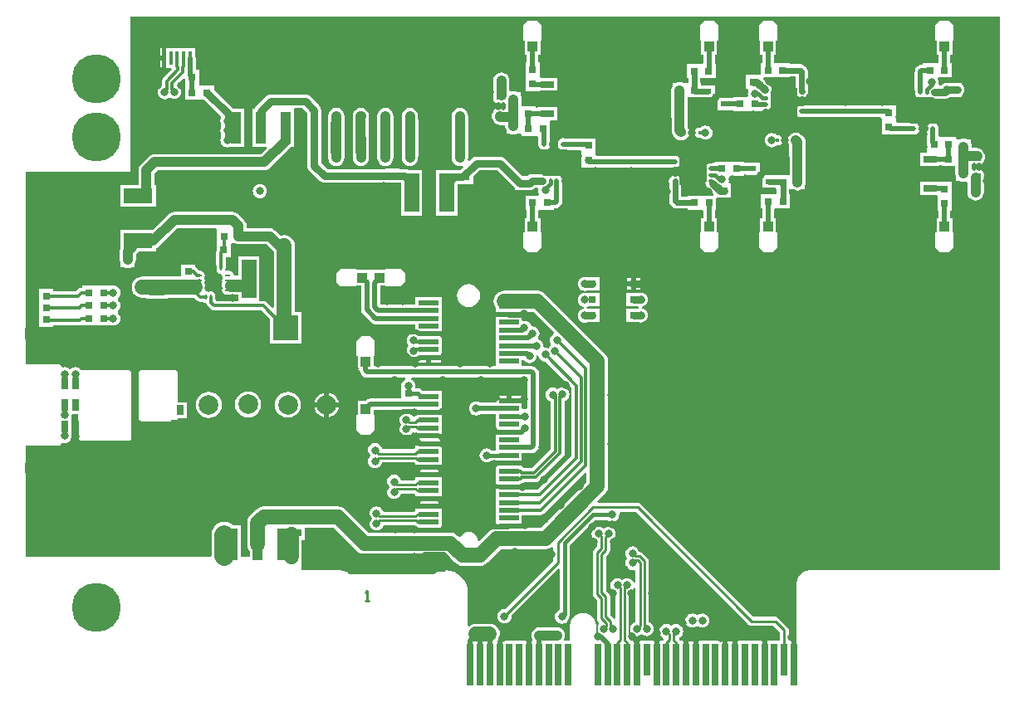
<source format=gtl>
G04*
G04 #@! TF.GenerationSoftware,Altium Limited,Altium Designer,18.1.6 (161)*
G04*
G04 Layer_Physical_Order=1*
G04 Layer_Color=255*
%FSLAX24Y24*%
%MOIN*%
G70*
G01*
G75*
%ADD10C,0.0098*%
%ADD12C,0.0080*%
%ADD14C,0.0197*%
%ADD15C,0.0100*%
%ADD17C,0.0118*%
%ADD18C,0.0394*%
%ADD22R,0.0315X0.0315*%
%ADD23O,0.0217X0.0098*%
%ADD24O,0.0098X0.0217*%
%ADD25R,0.0600X0.0500*%
%ADD26R,0.0591X0.1575*%
%ADD27R,0.0315X0.0315*%
%ADD28R,0.1063X0.0787*%
%ADD29R,0.0787X0.1063*%
%ADD30O,0.0236X0.0138*%
%ADD31O,0.0138X0.0236*%
%ADD32P,0.0490X8X22.5*%
%ADD33R,0.0157X0.0551*%
%ADD34R,0.0787X0.0197*%
%ADD35R,0.0394X0.1260*%
%ADD36R,0.1181X0.0630*%
%ADD37R,0.2559X0.2362*%
%ADD38R,0.0866X0.0433*%
%ADD39R,0.0413X0.0394*%
%ADD40R,0.0591X0.0748*%
%ADD41R,0.0748X0.0748*%
%ADD42P,0.0490X8X292.5*%
%ADD43R,0.1496X0.0394*%
%ADD44R,0.1791X0.0394*%
%ADD45R,0.0394X0.1496*%
%ADD46R,0.0315X0.0276*%
%ADD47R,0.0315X0.0472*%
%ADD48R,0.0551X0.0472*%
%ADD49R,0.0925X0.0472*%
%ADD50R,0.0256X0.0394*%
%ADD51R,0.0433X0.0394*%
%ADD52R,0.0512X0.0689*%
%ADD53R,0.0433X0.0866*%
%ADD54R,0.0394X0.0413*%
%ADD55R,0.1024X0.1024*%
%ADD56R,0.0531X0.0276*%
%ADD57R,0.0748X0.0276*%
G04:AMPARAMS|DCode=58|XSize=74.8mil|YSize=129.9mil|CornerRadius=0mil|HoleSize=0mil|Usage=FLASHONLY|Rotation=90.000|XOffset=0mil|YOffset=0mil|HoleType=Round|Shape=Octagon|*
%AMOCTAGOND58*
4,1,8,-0.0650,-0.0187,-0.0650,0.0187,-0.0463,0.0374,0.0463,0.0374,0.0650,0.0187,0.0650,-0.0187,0.0463,-0.0374,-0.0463,-0.0374,-0.0650,-0.0187,0.0*
%
%ADD58OCTAGOND58*%

%ADD59R,0.0315X0.0236*%
%ADD60R,0.0315X0.0354*%
G04:AMPARAMS|DCode=61|XSize=31.5mil|YSize=15.7mil|CornerRadius=3.9mil|HoleSize=0mil|Usage=FLASHONLY|Rotation=270.000|XOffset=0mil|YOffset=0mil|HoleType=Round|Shape=RoundedRectangle|*
%AMROUNDEDRECTD61*
21,1,0.0315,0.0079,0,0,270.0*
21,1,0.0236,0.0157,0,0,270.0*
1,1,0.0079,-0.0039,-0.0118*
1,1,0.0079,-0.0039,0.0118*
1,1,0.0079,0.0039,0.0118*
1,1,0.0079,0.0039,-0.0118*
%
%ADD61ROUNDEDRECTD61*%
G04:AMPARAMS|DCode=62|XSize=15.7mil|YSize=15.7mil|CornerRadius=3.9mil|HoleSize=0mil|Usage=FLASHONLY|Rotation=90.000|XOffset=0mil|YOffset=0mil|HoleType=Round|Shape=RoundedRectangle|*
%AMROUNDEDRECTD62*
21,1,0.0157,0.0079,0,0,90.0*
21,1,0.0079,0.0157,0,0,90.0*
1,1,0.0079,0.0039,0.0039*
1,1,0.0079,0.0039,-0.0039*
1,1,0.0079,-0.0039,-0.0039*
1,1,0.0079,-0.0039,0.0039*
%
%ADD62ROUNDEDRECTD62*%
G04:AMPARAMS|DCode=63|XSize=31.5mil|YSize=15.7mil|CornerRadius=3.9mil|HoleSize=0mil|Usage=FLASHONLY|Rotation=0.000|XOffset=0mil|YOffset=0mil|HoleType=Round|Shape=RoundedRectangle|*
%AMROUNDEDRECTD63*
21,1,0.0315,0.0079,0,0,0.0*
21,1,0.0236,0.0157,0,0,0.0*
1,1,0.0079,0.0118,-0.0039*
1,1,0.0079,-0.0118,-0.0039*
1,1,0.0079,-0.0118,0.0039*
1,1,0.0079,0.0118,0.0039*
%
%ADD63ROUNDEDRECTD63*%
G04:AMPARAMS|DCode=64|XSize=15.7mil|YSize=15.7mil|CornerRadius=3.9mil|HoleSize=0mil|Usage=FLASHONLY|Rotation=180.000|XOffset=0mil|YOffset=0mil|HoleType=Round|Shape=RoundedRectangle|*
%AMROUNDEDRECTD64*
21,1,0.0157,0.0079,0,0,180.0*
21,1,0.0079,0.0157,0,0,180.0*
1,1,0.0079,-0.0039,0.0039*
1,1,0.0079,0.0039,0.0039*
1,1,0.0079,0.0039,-0.0039*
1,1,0.0079,-0.0039,-0.0039*
%
%ADD64ROUNDEDRECTD64*%
G04:AMPARAMS|DCode=65|XSize=90.6mil|YSize=126mil|CornerRadius=0mil|HoleSize=0mil|Usage=FLASHONLY|Rotation=270.000|XOffset=0mil|YOffset=0mil|HoleType=Round|Shape=Octagon|*
%AMOCTAGOND65*
4,1,8,0.0630,0.0226,0.0630,-0.0226,0.0404,-0.0453,-0.0404,-0.0453,-0.0630,-0.0226,-0.0630,0.0226,-0.0404,0.0453,0.0404,0.0453,0.0630,0.0226,0.0*
%
%ADD65OCTAGOND65*%

G04:AMPARAMS|DCode=66|XSize=78.7mil|YSize=126mil|CornerRadius=0mil|HoleSize=0mil|Usage=FLASHONLY|Rotation=270.000|XOffset=0mil|YOffset=0mil|HoleType=Round|Shape=Octagon|*
%AMOCTAGOND66*
4,1,8,0.0630,0.0197,0.0630,-0.0197,0.0433,-0.0394,-0.0433,-0.0394,-0.0630,-0.0197,-0.0630,0.0197,-0.0433,0.0394,0.0433,0.0394,0.0630,0.0197,0.0*
%
%ADD66OCTAGOND66*%

%ADD120R,0.0630X0.0630*%
%ADD121R,0.0276X0.1654*%
%ADD122R,0.0276X0.1260*%
%ADD123R,0.0394X0.1791*%
%ADD124C,0.0295*%
%ADD125C,0.0126*%
%ADD126C,0.0591*%
%ADD127C,0.0157*%
%ADD128C,0.0500*%
%ADD129C,0.0209*%
%ADD130C,0.0102*%
%ADD131C,0.0787*%
%ADD132C,0.0220*%
%ADD133C,0.1969*%
%ADD134C,0.0551*%
%ADD135C,0.0472*%
%ADD136C,0.0787*%
%ADD137C,0.1772*%
%ADD138C,0.0315*%
G36*
X40955Y14804D02*
X40955Y14804D01*
X41013Y14765D01*
X41082Y14752D01*
X41082Y14752D01*
X41953D01*
X42202Y14502D01*
Y14142D01*
X41724D01*
Y14116D01*
X41693D01*
Y13189D01*
X41496D01*
Y14116D01*
X41465D01*
Y14142D01*
X40543D01*
Y14116D01*
X40512D01*
Y13189D01*
X40315D01*
Y14116D01*
X40118D01*
Y13189D01*
X39921D01*
Y14116D01*
X39890D01*
Y14142D01*
X38968D01*
Y14116D01*
X38937D01*
Y13189D01*
X38740D01*
Y14116D01*
X38543D01*
Y13189D01*
X38346D01*
Y14116D01*
X38315D01*
Y14142D01*
X38214D01*
X38179Y14195D01*
X38167Y14206D01*
X38183Y14285D01*
X38194Y14290D01*
X38253Y14335D01*
X38299Y14394D01*
X38327Y14463D01*
X38337Y14537D01*
X38327Y14611D01*
X38299Y14680D01*
X38253Y14740D01*
X38194Y14785D01*
X38125Y14814D01*
X38051Y14823D01*
X37977Y14814D01*
X37908Y14785D01*
X37854Y14744D01*
X37800Y14785D01*
X37731Y14814D01*
X37657Y14823D01*
X37583Y14814D01*
X37515Y14785D01*
X37455Y14740D01*
X37410Y14680D01*
X37381Y14611D01*
X37372Y14537D01*
X37381Y14463D01*
X37410Y14394D01*
X37455Y14335D01*
X37515Y14290D01*
X37526Y14285D01*
X37541Y14206D01*
X37530Y14195D01*
X37494Y14142D01*
X37394D01*
Y14116D01*
X37362D01*
Y13189D01*
X37165D01*
Y14116D01*
X37134D01*
Y14142D01*
X36606D01*
Y14116D01*
X36575D01*
Y13189D01*
X36378D01*
Y14116D01*
X36346D01*
Y14142D01*
X36246D01*
X36210Y14195D01*
X36155Y14250D01*
Y14486D01*
X36222Y14499D01*
X36229Y14483D01*
X36274Y14424D01*
X36333Y14378D01*
X36402Y14350D01*
X36476Y14340D01*
X36550Y14350D01*
X36619Y14378D01*
X36673Y14420D01*
X36727Y14378D01*
X36796Y14350D01*
X36870Y14340D01*
X36944Y14350D01*
X37013Y14378D01*
X37072Y14424D01*
X37118Y14483D01*
X37146Y14552D01*
X37156Y14626D01*
X37146Y14700D01*
X37118Y14769D01*
X37072Y14828D01*
X37013Y14874D01*
X36944Y14902D01*
X36942Y14902D01*
Y17353D01*
X36929Y17422D01*
X36890Y17480D01*
X36693Y17677D01*
X36635Y17716D01*
X36576Y17728D01*
X36575Y17731D01*
X36547Y17800D01*
X36501Y17860D01*
X36442Y17905D01*
X36373Y17934D01*
X36299Y17943D01*
X36225Y17934D01*
X36156Y17905D01*
X36097Y17860D01*
X36052Y17800D01*
X36023Y17731D01*
X36013Y17657D01*
X36023Y17583D01*
X36052Y17515D01*
X36089Y17466D01*
X36052Y17417D01*
X36023Y17348D01*
X36013Y17274D01*
X36023Y17200D01*
X36052Y17131D01*
X36097Y17071D01*
X36156Y17026D01*
X36225Y16997D01*
X36299Y16988D01*
X36347Y16994D01*
X36414Y16950D01*
Y16494D01*
X36347Y16481D01*
X36330Y16521D01*
X36285Y16580D01*
X36226Y16626D01*
X36157Y16654D01*
X36083Y16664D01*
X36009Y16654D01*
X35940Y16626D01*
X35891Y16588D01*
X35842Y16626D01*
X35773Y16654D01*
X35699Y16664D01*
X35625Y16654D01*
X35556Y16626D01*
X35497Y16580D01*
X35451Y16521D01*
X35423Y16452D01*
X35413Y16378D01*
X35423Y16304D01*
X35451Y16235D01*
X35497Y16176D01*
X35556Y16130D01*
X35625Y16102D01*
X35626Y16102D01*
Y15042D01*
X35560Y15021D01*
X35541Y15049D01*
X35402Y15188D01*
Y15918D01*
X35388Y15987D01*
X35349Y16046D01*
X35237Y16158D01*
Y17560D01*
X35349Y17672D01*
X35388Y17731D01*
X35402Y17800D01*
Y18168D01*
X35409Y18169D01*
X35478Y18197D01*
X35537Y18243D01*
X35582Y18302D01*
X35611Y18371D01*
X35621Y18445D01*
X35611Y18519D01*
X35582Y18588D01*
X35537Y18647D01*
X35478Y18692D01*
X35409Y18721D01*
X35335Y18731D01*
X35261Y18721D01*
X35192Y18692D01*
X35138Y18651D01*
X35084Y18692D01*
X35015Y18721D01*
X34941Y18731D01*
X34867Y18721D01*
X34798Y18692D01*
X34739Y18647D01*
X34693Y18588D01*
X34665Y18519D01*
X34655Y18445D01*
X34665Y18371D01*
X34693Y18302D01*
X34739Y18243D01*
X34798Y18197D01*
X34867Y18169D01*
X34873Y18168D01*
Y17944D01*
X34761Y17832D01*
X34722Y17773D01*
X34708Y17704D01*
Y16014D01*
X34722Y15945D01*
X34761Y15886D01*
X34873Y15774D01*
Y15044D01*
X34887Y14975D01*
X34926Y14916D01*
X34940Y14903D01*
X34936Y14838D01*
X34897Y14788D01*
X34864Y14789D01*
X34828Y14802D01*
X34817Y14880D01*
X34765Y15006D01*
X34682Y15115D01*
X34573Y15198D01*
X34447Y15250D01*
X34311Y15268D01*
X34175Y15250D01*
X34049Y15198D01*
X33940Y15115D01*
X33857Y15006D01*
X33805Y14880D01*
X33787Y14744D01*
X33788D01*
Y14142D01*
X33575D01*
X33545Y14202D01*
X33550Y14207D01*
X33582Y14286D01*
X33593Y14370D01*
X33582Y14454D01*
X33550Y14533D01*
X33498Y14600D01*
X33431Y14652D01*
X33352Y14685D01*
X33268Y14696D01*
X32559D01*
X32475Y14685D01*
X32396Y14652D01*
X32329Y14600D01*
X32277Y14533D01*
X32245Y14454D01*
X32233Y14370D01*
X32245Y14286D01*
X32277Y14207D01*
X32276Y14142D01*
X32244Y14127D01*
Y13189D01*
X32047D01*
Y14116D01*
X32016D01*
Y14142D01*
X31094D01*
Y14116D01*
X30932D01*
X30903Y14176D01*
X30919Y14197D01*
X30962Y14299D01*
X30976Y14409D01*
X30962Y14519D01*
X30919Y14622D01*
X30852Y14710D01*
X30764Y14777D01*
X30661Y14820D01*
X30551Y14834D01*
X30020D01*
X29910Y14820D01*
X29807Y14777D01*
X29743Y14728D01*
X29676Y14759D01*
Y16112D01*
X29677D01*
X29661Y16282D01*
X29611Y16445D01*
X29531Y16595D01*
X29423Y16726D01*
X29291Y16834D01*
X29141Y16914D01*
X28978Y16964D01*
X28809Y16981D01*
X28640Y16964D01*
X28477Y16914D01*
X28327Y16834D01*
X28298Y16811D01*
X24940D01*
X24932Y16822D01*
X24819Y16908D01*
X24688Y16962D01*
X24547Y16981D01*
Y16979D01*
X23012D01*
Y17432D01*
X23023Y17520D01*
Y17874D01*
Y18201D01*
X23157D01*
Y18694D01*
X24308D01*
X25231Y17770D01*
X25319Y17703D01*
X25422Y17660D01*
X25531Y17646D01*
X28812D01*
X29179Y17278D01*
X29267Y17211D01*
X29370Y17168D01*
X29480Y17154D01*
X30167D01*
X30277Y17168D01*
X30380Y17211D01*
X30468Y17278D01*
X31022Y17833D01*
X32801D01*
X32911Y17847D01*
X33013Y17890D01*
X33052Y17920D01*
X33119Y17887D01*
Y17359D01*
X31180Y15420D01*
X31152Y15424D01*
X31078Y15414D01*
X31009Y15385D01*
X30949Y15340D01*
X30904Y15281D01*
X30875Y15212D01*
X30866Y15138D01*
X30875Y15064D01*
X30904Y14995D01*
X30949Y14936D01*
X31009Y14890D01*
X31078Y14862D01*
X31152Y14852D01*
X31226Y14862D01*
X31295Y14890D01*
X31354Y14936D01*
X31399Y14995D01*
X31428Y15064D01*
X31437Y15138D01*
X31434Y15166D01*
X33312Y17045D01*
X33374Y17019D01*
Y15387D01*
X33322Y15366D01*
X33262Y15320D01*
X33217Y15261D01*
X33188Y15192D01*
X33179Y15118D01*
X33188Y15044D01*
X33217Y14975D01*
X33262Y14916D01*
X33322Y14871D01*
X33391Y14842D01*
X33465Y14832D01*
X33539Y14842D01*
X33608Y14871D01*
X33667Y14916D01*
X33712Y14975D01*
X33741Y15044D01*
X33750Y15118D01*
X33750Y15119D01*
X33776Y15156D01*
X33791Y15236D01*
Y17989D01*
X34807Y19004D01*
X35289D01*
X35339Y18965D01*
X35408Y18936D01*
X35482Y18927D01*
X35556Y18936D01*
X35625Y18965D01*
X35684Y19010D01*
X35730Y19070D01*
X35758Y19139D01*
X35768Y19213D01*
X35762Y19262D01*
X35806Y19328D01*
X36431D01*
X40955Y14804D01*
D02*
G37*
G36*
X34460Y20882D02*
Y20518D01*
X32625Y18683D01*
X31832D01*
Y18850D01*
X31858D01*
Y19197D01*
X32608D01*
X32682Y19212D01*
X32745Y19254D01*
X34398Y20907D01*
X34460Y20882D01*
D02*
G37*
G36*
X51033Y16979D02*
X43425D01*
Y16981D01*
X43284Y16962D01*
X43153Y16908D01*
X43040Y16822D01*
X42954Y16709D01*
X42900Y16578D01*
X42881Y16437D01*
X42883D01*
Y14116D01*
X42874D01*
Y13189D01*
X42677D01*
Y14116D01*
X42646D01*
Y14142D01*
X42561D01*
Y14577D01*
X42561Y14577D01*
X42548Y14645D01*
X42509Y14704D01*
X42509Y14704D01*
X42154Y15058D01*
X42096Y15097D01*
X42028Y15111D01*
X42028Y15111D01*
X41156D01*
X36632Y19635D01*
X36574Y19674D01*
X36505Y19687D01*
X36505Y19687D01*
X34918D01*
X34893Y19749D01*
X35185Y20042D01*
X35253Y20130D01*
X35295Y20232D01*
X35310Y20342D01*
Y25396D01*
X35295Y25506D01*
X35253Y25609D01*
X35185Y25697D01*
X32787Y28096D01*
X32699Y28163D01*
X32596Y28206D01*
X32486Y28220D01*
X31142D01*
X31032Y28206D01*
X30929Y28163D01*
X30841Y28096D01*
X30774Y28008D01*
X30731Y27905D01*
X30717Y27795D01*
X30731Y27685D01*
X30774Y27583D01*
X30819Y27524D01*
Y27354D01*
X30845D01*
Y27354D01*
X31339D01*
X31832D01*
Y27354D01*
X31858D01*
Y27370D01*
X32310D01*
X33138Y26543D01*
X33134Y26523D01*
X33115Y26471D01*
X33066Y26432D01*
X33020Y26373D01*
X32992Y26304D01*
X32982Y26230D01*
X32992Y26156D01*
X33020Y26087D01*
X32998Y26006D01*
X32978Y25990D01*
X32933Y25931D01*
X32921Y25904D01*
X32879Y25922D01*
X32805Y25932D01*
X32787Y25929D01*
X32727Y25984D01*
X32717Y26058D01*
X32689Y26127D01*
X32643Y26186D01*
X32584Y26232D01*
X32530Y26254D01*
X32508Y26300D01*
X32504Y26329D01*
X32522Y26354D01*
X32551Y26423D01*
X32561Y26497D01*
X32551Y26571D01*
X32522Y26640D01*
X32477Y26699D01*
X32418Y26744D01*
X32349Y26773D01*
X32275Y26783D01*
X32236Y26778D01*
X32235Y26787D01*
X32206Y26856D01*
X32161Y26915D01*
X32102Y26960D01*
X32033Y26989D01*
X31959Y26999D01*
X31925Y26994D01*
X31858Y27045D01*
Y27173D01*
X31832D01*
Y27173D01*
X31339D01*
X30845D01*
Y27173D01*
X30819D01*
Y26724D01*
Y26409D01*
Y26094D01*
Y25780D01*
Y25465D01*
Y25186D01*
X25913D01*
Y25591D01*
X25955D01*
Y26201D01*
X25768Y26388D01*
X25413D01*
X25226Y26201D01*
Y25591D01*
X25268D01*
Y25022D01*
X25356D01*
Y25010D01*
X25374Y24920D01*
X25424Y24844D01*
X25484Y24785D01*
X25560Y24734D01*
X25650Y24716D01*
X27175D01*
X27188Y24649D01*
X27160Y24637D01*
X27101Y24592D01*
X27056Y24533D01*
X27027Y24464D01*
X27017Y24390D01*
X27020Y24371D01*
Y23877D01*
X25768D01*
X25678Y23859D01*
X25602Y23808D01*
X25591Y23797D01*
X25268D01*
Y23228D01*
X25226D01*
Y22618D01*
X25413Y22431D01*
X25768D01*
X25955Y22618D01*
Y23228D01*
X25913D01*
Y23407D01*
X27617D01*
Y23236D01*
X27591D01*
Y23201D01*
X27536Y23156D01*
X27473Y23173D01*
X27472Y23174D01*
X27427Y23234D01*
X27367Y23279D01*
X27298Y23308D01*
X27224Y23317D01*
X27150Y23308D01*
X27081Y23279D01*
X27022Y23234D01*
X26977Y23174D01*
X26948Y23105D01*
X26939Y23031D01*
X26948Y22957D01*
X26977Y22889D01*
X27014Y22840D01*
X26977Y22791D01*
X26948Y22722D01*
X26939Y22648D01*
X26948Y22574D01*
X26977Y22505D01*
X27022Y22445D01*
X27081Y22400D01*
X27150Y22371D01*
X27224Y22362D01*
X27298Y22371D01*
X27367Y22400D01*
X27427Y22445D01*
X27472Y22505D01*
X27476Y22513D01*
X27545Y22533D01*
X27591Y22497D01*
Y22472D01*
X27617D01*
Y22472D01*
X28110D01*
X28604D01*
Y22472D01*
X28630D01*
Y22787D01*
Y23236D01*
X28604D01*
Y23236D01*
X28110D01*
Y23407D01*
X28163Y23417D01*
X28604D01*
Y23417D01*
X28630D01*
Y23732D01*
Y24181D01*
X27886D01*
X27835Y24232D01*
X27767Y24277D01*
X27687Y24293D01*
X27587D01*
Y24371D01*
X27589Y24390D01*
X27579Y24464D01*
X27551Y24533D01*
X27505Y24592D01*
X27446Y24637D01*
X27418Y24649D01*
X27431Y24716D01*
X32080D01*
Y23495D01*
X32013Y23449D01*
X31969Y23455D01*
X31925Y23449D01*
X31858Y23496D01*
Y23709D01*
X31832D01*
Y23709D01*
X31391D01*
X31339Y23719D01*
Y23799D01*
X31240D01*
Y23998D01*
X30845D01*
Y23719D01*
X30179D01*
X30163Y23732D01*
X30094Y23760D01*
X30020Y23770D01*
X29946Y23760D01*
X29877Y23732D01*
X29818Y23686D01*
X29772Y23627D01*
X29744Y23558D01*
X29734Y23484D01*
X29744Y23410D01*
X29772Y23341D01*
X29818Y23282D01*
X29877Y23237D01*
X29946Y23208D01*
X30020Y23198D01*
X30094Y23208D01*
X30163Y23237D01*
X30179Y23249D01*
X30819D01*
Y22945D01*
Y22630D01*
X30845D01*
Y22630D01*
X31339D01*
Y22449D01*
X30845D01*
Y22449D01*
X30819D01*
Y22000D01*
Y21803D01*
X30637D01*
X30586Y21842D01*
X30517Y21871D01*
X30443Y21880D01*
X30369Y21871D01*
X30300Y21842D01*
X30241Y21797D01*
X30195Y21737D01*
X30167Y21668D01*
X30157Y21594D01*
X30167Y21520D01*
X30195Y21452D01*
X30241Y21392D01*
X30300Y21347D01*
X30369Y21318D01*
X30443Y21309D01*
X30517Y21318D01*
X30586Y21347D01*
X30637Y21386D01*
X30819D01*
Y21370D01*
X30845D01*
Y21370D01*
X31339D01*
X31832D01*
Y21370D01*
X31858D01*
Y21675D01*
X32244D01*
X32334Y21693D01*
X32410Y21743D01*
X32481Y21814D01*
X32532Y21890D01*
X32550Y21980D01*
Y24890D01*
X32532Y24980D01*
X32481Y25056D01*
X32420Y25117D01*
X32344Y25168D01*
X32254Y25186D01*
X31858D01*
Y25420D01*
X31889Y25434D01*
X31925Y25438D01*
X31963Y25388D01*
X32022Y25343D01*
X32091Y25314D01*
X32165Y25305D01*
X32239Y25314D01*
X32308Y25343D01*
X32368Y25388D01*
X32413Y25448D01*
X32442Y25517D01*
X32451Y25591D01*
X32447Y25621D01*
X32454Y25626D01*
X32511Y25606D01*
X32527Y25588D01*
X32529Y25572D01*
X32558Y25503D01*
X32603Y25443D01*
X32662Y25398D01*
X32731Y25370D01*
X32805Y25360D01*
X32817Y25361D01*
X33853Y24326D01*
Y21576D01*
X32485Y20208D01*
X31858D01*
Y20244D01*
X31832D01*
Y20244D01*
X31339D01*
X30845D01*
Y20244D01*
X30819D01*
Y19795D01*
Y19480D01*
Y19165D01*
Y18850D01*
X30845D01*
Y18683D01*
X30736Y18668D01*
X30634Y18626D01*
X30546Y18558D01*
X30153Y18165D01*
X30087Y18194D01*
X30077Y18264D01*
X30041Y18352D01*
X29983Y18428D01*
X29907Y18486D01*
X29819Y18522D01*
X29724Y18535D01*
X29630Y18522D01*
X29542Y18486D01*
X29466Y18428D01*
X29408Y18352D01*
X29402Y18336D01*
X29336Y18323D01*
X29288Y18371D01*
X29200Y18439D01*
X29098Y18481D01*
X28988Y18496D01*
X28604D01*
Y18504D01*
X28110D01*
X27617D01*
Y18496D01*
X25707D01*
X24784Y19419D01*
X24696Y19487D01*
X24593Y19529D01*
X24484Y19544D01*
X21501D01*
X21391Y19529D01*
X21288Y19487D01*
X21200Y19419D01*
X20959Y19178D01*
X20892Y19090D01*
X20849Y18988D01*
X20835Y18878D01*
Y18025D01*
X20849Y17915D01*
X20892Y17813D01*
X20937Y17754D01*
Y17520D01*
X20583D01*
Y18781D01*
X20286D01*
X20183Y18859D01*
X20057Y18912D01*
X19921Y18930D01*
X19786Y18912D01*
X19659Y18859D01*
X19551Y18776D01*
X19467Y18668D01*
X19415Y18541D01*
X19397Y18406D01*
Y17992D01*
Y17587D01*
X19346Y17520D01*
X11960Y17520D01*
Y21988D01*
X11969Y21996D01*
X13258D01*
X13307Y22005D01*
X13349Y22033D01*
X13377Y22075D01*
X13377Y22077D01*
X13430Y22106D01*
X13504Y22096D01*
X13578Y22106D01*
X13647Y22134D01*
X13706Y22180D01*
X13752Y22239D01*
X13780Y22308D01*
X13790Y22382D01*
X13787Y22400D01*
Y23122D01*
X13787Y23122D01*
X13783Y23189D01*
X13790Y23238D01*
X13809Y23260D01*
X14055D01*
Y22311D01*
X14064Y22262D01*
X14092Y22220D01*
X14134Y22192D01*
X14183Y22183D01*
X16053D01*
X16102Y22192D01*
X16144Y22220D01*
X16172Y22262D01*
X16182Y22311D01*
Y24909D01*
X16172Y24959D01*
X16144Y25000D01*
X16102Y25028D01*
X16053Y25038D01*
X14183D01*
X14163Y25034D01*
X14139Y25064D01*
X14080Y25110D01*
X14011Y25138D01*
X13937Y25148D01*
X13863Y25138D01*
X13794Y25110D01*
X13770Y25091D01*
X13720Y25070D01*
X13671Y25091D01*
X13647Y25110D01*
X13578Y25138D01*
X13504Y25148D01*
X13430Y25138D01*
X13377Y25175D01*
X13349Y25217D01*
X13307Y25245D01*
X13258Y25254D01*
X11969D01*
X11960Y25262D01*
Y32992D01*
X16142D01*
Y39222D01*
X51033D01*
Y16979D01*
D02*
G37*
G36*
X36414Y16262D02*
Y14904D01*
X36402Y14902D01*
X36333Y14874D01*
X36274Y14828D01*
X36229Y14769D01*
X36222Y14752D01*
X36155Y14766D01*
Y16102D01*
X36157Y16102D01*
X36226Y16130D01*
X36285Y16176D01*
X36330Y16235D01*
X36347Y16275D01*
X36414Y16262D01*
D02*
G37*
%LPC*%
G36*
X39094Y15247D02*
X39020Y15237D01*
X38952Y15208D01*
X38898Y15167D01*
X38844Y15208D01*
X38775Y15237D01*
X38701Y15247D01*
X38627Y15237D01*
X38558Y15208D01*
X38499Y15163D01*
X38453Y15104D01*
X38425Y15035D01*
X38415Y14961D01*
X38425Y14887D01*
X38453Y14818D01*
X38499Y14758D01*
X38558Y14713D01*
X38627Y14684D01*
X38701Y14675D01*
X38775Y14684D01*
X38844Y14713D01*
X38898Y14754D01*
X38952Y14713D01*
X39020Y14684D01*
X39094Y14675D01*
X39168Y14684D01*
X39237Y14713D01*
X39297Y14758D01*
X39342Y14818D01*
X39371Y14887D01*
X39380Y14961D01*
X39371Y15035D01*
X39342Y15104D01*
X39297Y15163D01*
X39237Y15208D01*
X39168Y15237D01*
X39094Y15247D01*
D02*
G37*
G36*
X17411Y37944D02*
X17331D01*
Y37667D01*
X17411D01*
Y37944D01*
D02*
G37*
G36*
Y37470D02*
X17331D01*
Y37193D01*
X17411D01*
Y37470D01*
D02*
G37*
G36*
X39547Y39065D02*
X39193D01*
X39006Y38878D01*
Y38268D01*
X39047D01*
Y37699D01*
X39135D01*
Y37358D01*
X39088Y37311D01*
X39010Y37311D01*
X38486D01*
Y36744D01*
X38529D01*
Y36545D01*
X38463Y36543D01*
X38463Y36543D01*
X38463Y36543D01*
X38338D01*
X38263Y36574D01*
X38179Y36585D01*
X38095Y36574D01*
X38020Y36543D01*
X37896D01*
Y36419D01*
X37865Y36344D01*
X37854Y36260D01*
Y35709D01*
Y35182D01*
X37863Y35107D01*
Y34641D01*
X37874Y34557D01*
X37907Y34478D01*
X37959Y34411D01*
X38023Y34347D01*
X38090Y34295D01*
X38169Y34262D01*
X38253Y34251D01*
X38337Y34262D01*
X38416Y34295D01*
X38483Y34347D01*
X38520Y34395D01*
X38530Y34401D01*
X38566Y34456D01*
X38579Y34520D01*
Y34599D01*
X38569Y34649D01*
X38568Y34661D01*
X38535Y34740D01*
X38515Y34766D01*
Y35172D01*
X38505Y35247D01*
Y35709D01*
Y35976D01*
X39028D01*
Y35976D01*
X39594D01*
Y36465D01*
X39053D01*
Y36543D01*
X39011D01*
Y36742D01*
X39077Y36744D01*
X39120Y36744D01*
X39644D01*
Y37311D01*
X39605D01*
Y37699D01*
X39693D01*
Y38268D01*
X39734D01*
Y38878D01*
X39547Y39065D01*
D02*
G37*
G36*
X32461Y39065D02*
X32106D01*
X31919Y38878D01*
Y38268D01*
X31961D01*
Y37699D01*
X32049D01*
Y37390D01*
X32000D01*
Y36866D01*
X32000Y36823D01*
X32000Y36756D01*
Y36232D01*
X32567D01*
Y36242D01*
X33261D01*
Y36770D01*
X32600D01*
X32567Y36823D01*
X32567Y36866D01*
Y37390D01*
X32518D01*
Y37699D01*
X32606D01*
Y38268D01*
X32648D01*
Y38878D01*
X32461Y39065D01*
D02*
G37*
G36*
X41909Y39065D02*
X41555D01*
X41368Y38878D01*
Y38268D01*
X41409D01*
Y37699D01*
X41497D01*
Y37350D01*
X41449D01*
Y36931D01*
X41415Y36878D01*
X40848D01*
Y36311D01*
X40921D01*
X40953Y36244D01*
X40933Y36195D01*
X40923Y36121D01*
X40932Y36057D01*
X40931Y36041D01*
X40884Y35991D01*
X40860Y35991D01*
X40337D01*
Y35942D01*
X40264D01*
Y35953D01*
X39697D01*
Y35465D01*
X40264D01*
Y35472D01*
X40337D01*
Y35424D01*
X40860D01*
X40904Y35424D01*
X40970Y35424D01*
X41494D01*
Y35464D01*
X41644D01*
X41734Y35482D01*
X41810Y35533D01*
X41821Y35550D01*
X41833Y35558D01*
X41876Y35623D01*
X41892Y35699D01*
X41876Y35775D01*
X41842Y35827D01*
X41876Y35879D01*
X41892Y35955D01*
X41876Y36031D01*
X41842Y36083D01*
X41876Y36135D01*
X41892Y36211D01*
X41876Y36287D01*
X41868Y36300D01*
X41861Y36351D01*
X41834Y36418D01*
X41790Y36475D01*
X41543Y36722D01*
X41568Y36783D01*
X41972D01*
X42016Y36783D01*
X42083Y36783D01*
X42606D01*
Y36826D01*
X42850D01*
Y36220D01*
X42868Y36128D01*
X42920Y36050D01*
X42930Y36040D01*
X43008Y35988D01*
X43100Y35970D01*
X43193Y35988D01*
X43271Y36040D01*
X43323Y36118D01*
X43323Y36120D01*
X43333Y36135D01*
X43348Y36211D01*
X43333Y36287D01*
X43331Y36289D01*
Y37008D01*
X43313Y37100D01*
X43261Y37178D01*
X43202Y37237D01*
X43124Y37289D01*
X43032Y37308D01*
X42606D01*
Y37350D01*
X42014Y37350D01*
X41967Y37398D01*
Y37699D01*
X42055D01*
Y38268D01*
X42096D01*
Y38878D01*
X41909Y39065D01*
D02*
G37*
G36*
X48996D02*
X48642D01*
X48455Y38878D01*
Y38268D01*
X48496D01*
Y37699D01*
X48584D01*
Y37398D01*
X48537Y37350D01*
X48468Y37350D01*
X47945D01*
Y37302D01*
X47904D01*
X47814Y37284D01*
X47737Y37233D01*
X47678Y37174D01*
X47628Y37098D01*
X47610Y37008D01*
Y36181D01*
X47628Y36091D01*
X47678Y36015D01*
X47696Y36003D01*
X47704Y35991D01*
X47768Y35948D01*
X47844Y35933D01*
X47921Y35948D01*
X47972Y35983D01*
X48024Y35948D01*
X48100Y35933D01*
X48176Y35948D01*
X48228Y35983D01*
X48280Y35948D01*
X48310Y35942D01*
X48354Y35924D01*
X48425Y35915D01*
X48839D01*
X48910Y35924D01*
X48977Y35952D01*
X49034Y35996D01*
X49034Y35996D01*
X49516D01*
Y36071D01*
X49534Y36084D01*
X49577Y36142D01*
X49605Y36208D01*
X49614Y36280D01*
X49605Y36351D01*
X49577Y36418D01*
X49534Y36475D01*
X49516Y36488D01*
Y36563D01*
X48949D01*
Y36563D01*
X48927Y36565D01*
X48853Y36556D01*
X48784Y36527D01*
X48725Y36482D01*
X48714Y36467D01*
X48635D01*
X48588Y36534D01*
X48593Y36575D01*
X48583Y36649D01*
X48555Y36718D01*
X48589Y36783D01*
X49102D01*
Y37350D01*
X49054D01*
Y37699D01*
X49142D01*
Y38268D01*
X49183D01*
Y38878D01*
X48996Y39065D01*
D02*
G37*
G36*
X31033Y36979D02*
X30949Y36968D01*
X30871Y36936D01*
X30803Y36884D01*
X30751Y36816D01*
X30719Y36738D01*
X30708Y36654D01*
Y36063D01*
X30709Y36053D01*
X30698Y35994D01*
Y35915D01*
X30710Y35851D01*
X30747Y35796D01*
X30802Y35760D01*
X30866Y35747D01*
X30945D01*
X30952Y35748D01*
X31033Y35737D01*
X31118Y35748D01*
X31139Y35757D01*
X31195Y35720D01*
Y35522D01*
X31054D01*
X30979Y35532D01*
X30968D01*
X30956Y35531D01*
X30945Y35533D01*
X30866D01*
X30802Y35520D01*
X30747Y35483D01*
X30710Y35429D01*
X30703Y35391D01*
X30686Y35370D01*
X30654Y35291D01*
X30643Y35207D01*
X30654Y35122D01*
X30686Y35044D01*
X30738Y34976D01*
X30748Y34967D01*
X30816Y34915D01*
X30894Y34882D01*
X30978Y34871D01*
X31190D01*
Y34813D01*
X31201Y34729D01*
X31232Y34654D01*
Y34530D01*
X31356D01*
X31431Y34498D01*
X31516Y34487D01*
X31600Y34498D01*
X31675Y34530D01*
X31799D01*
X31828Y34474D01*
Y34431D01*
X32351D01*
X32395Y34431D01*
X32464Y34431D01*
X32511Y34384D01*
Y34094D01*
X32529Y34005D01*
X32580Y33928D01*
X32598Y33917D01*
X32606Y33905D01*
X32670Y33862D01*
X32746Y33847D01*
X32822Y33862D01*
X32887Y33905D01*
X32895Y33917D01*
X32912Y33928D01*
X32963Y34005D01*
X32981Y34094D01*
Y34431D01*
X32985D01*
Y34994D01*
X32985Y34998D01*
X32995Y35061D01*
X33261D01*
Y35589D01*
X32477D01*
Y35560D01*
X32395D01*
Y35608D01*
X31846D01*
Y35868D01*
X31851Y35906D01*
X31840Y35990D01*
X31809Y36065D01*
Y36189D01*
X31685D01*
X31610Y36220D01*
X31526Y36231D01*
X31441Y36220D01*
X31426Y36214D01*
X31359Y36258D01*
Y36654D01*
X31348Y36738D01*
X31315Y36816D01*
X31264Y36884D01*
X31196Y36936D01*
X31118Y36968D01*
X31033Y36979D01*
D02*
G37*
G36*
X46575Y35648D02*
X43081D01*
X42991Y35630D01*
X42989Y35629D01*
X42975Y35626D01*
X42911Y35583D01*
X42868Y35519D01*
X42865Y35505D01*
X42864Y35503D01*
X42846Y35413D01*
X42864Y35324D01*
X42915Y35247D01*
X42991Y35196D01*
X43081Y35179D01*
X46254D01*
X46301Y35131D01*
X46301Y35081D01*
X46301Y35014D01*
Y34490D01*
X46651D01*
X46654Y34490D01*
X47523D01*
X47589Y34476D01*
X47665Y34492D01*
X47729Y34535D01*
X47737Y34547D01*
X47755Y34558D01*
X47806Y34635D01*
X47823Y34724D01*
X47806Y34814D01*
X47755Y34890D01*
X47737Y34902D01*
X47729Y34914D01*
X47665Y34957D01*
X47589Y34972D01*
X47523Y34959D01*
X46915D01*
X46868Y35007D01*
X46868Y35057D01*
X46868Y35124D01*
Y35648D01*
X46578D01*
X46575Y35648D01*
D02*
G37*
G36*
X39218Y34846D02*
X39144Y34836D01*
X39075Y34807D01*
X39023Y34768D01*
X38962D01*
X38897Y34755D01*
X38843Y34718D01*
X38806Y34663D01*
X38793Y34599D01*
Y34520D01*
X38806Y34456D01*
X38843Y34401D01*
X38897Y34364D01*
X38962Y34352D01*
X39023D01*
X39075Y34312D01*
X39144Y34283D01*
X39218Y34274D01*
X39292Y34283D01*
X39361Y34312D01*
X39420Y34357D01*
X39465Y34417D01*
X39494Y34486D01*
X39504Y34560D01*
X39494Y34634D01*
X39465Y34703D01*
X39420Y34762D01*
X39361Y34807D01*
X39292Y34836D01*
X39218Y34846D01*
D02*
G37*
G36*
X41885Y34545D02*
X41811Y34535D01*
X41742Y34507D01*
X41683Y34461D01*
X41637Y34402D01*
X41609Y34333D01*
X41599Y34259D01*
X41609Y34185D01*
X41637Y34116D01*
X41683Y34057D01*
X41742Y34012D01*
X41811Y33983D01*
X41885Y33973D01*
X41959Y33983D01*
X42028Y34012D01*
X42079Y34051D01*
X42141D01*
X42205Y34064D01*
X42260Y34101D01*
X42296Y34155D01*
X42309Y34220D01*
Y34299D01*
X42296Y34363D01*
X42260Y34418D01*
X42205Y34454D01*
X42141Y34467D01*
X42079D01*
X42028Y34507D01*
X41959Y34535D01*
X41885Y34545D01*
D02*
G37*
G36*
X18738Y37970D02*
X17561D01*
Y37944D01*
X17561D01*
Y37569D01*
Y37193D01*
X17561D01*
Y37167D01*
X17780D01*
X17808Y37100D01*
X17482Y36774D01*
X17440Y36712D01*
X17425Y36638D01*
Y36459D01*
X17377Y36439D01*
X17318Y36393D01*
X17272Y36334D01*
X17244Y36265D01*
X17234Y36191D01*
X17244Y36117D01*
X17272Y36048D01*
X17318Y35989D01*
X17377Y35943D01*
X17446Y35915D01*
X17520Y35905D01*
X17594Y35915D01*
X17663Y35943D01*
X17719Y35987D01*
X17761Y35954D01*
X17830Y35926D01*
X17904Y35916D01*
X17978Y35926D01*
X18047Y35954D01*
X18106Y36000D01*
X18151Y36059D01*
X18180Y36128D01*
X18190Y36202D01*
X18180Y36276D01*
X18151Y36345D01*
X18106Y36404D01*
X18054Y36444D01*
X18046Y36458D01*
X18040Y36525D01*
X18262Y36747D01*
X18329Y36720D01*
Y36518D01*
X18329Y36508D01*
X18329Y36508D01*
X18339Y36455D01*
X18339D01*
Y35888D01*
X18862D01*
X18906Y35888D01*
X18972Y35888D01*
X19106D01*
X19790Y35204D01*
Y35178D01*
X19763Y35113D01*
X19753Y35039D01*
X19763Y34965D01*
X19790Y34901D01*
Y34784D01*
X19763Y34720D01*
X19753Y34646D01*
X19763Y34572D01*
X19790Y34507D01*
Y34391D01*
X19763Y34326D01*
X19753Y34252D01*
X19763Y34178D01*
X19792Y34109D01*
X19837Y34050D01*
X19896Y34004D01*
X19965Y33976D01*
X20039Y33966D01*
X20113Y33976D01*
X20167Y33998D01*
X20701D01*
Y35510D01*
X20264D01*
X20261Y35513D01*
X19496Y36278D01*
Y36455D01*
X18972D01*
X18906Y36455D01*
X18896Y36508D01*
X18896D01*
Y37075D01*
X18762D01*
Y37569D01*
X18745Y37656D01*
X18738Y37666D01*
Y37970D01*
D02*
G37*
G36*
X48356Y34972D02*
X48280Y34957D01*
X48216Y34914D01*
X48208Y34902D01*
X48190Y34890D01*
X48139Y34814D01*
X48121Y34724D01*
Y34388D01*
X48117D01*
Y33825D01*
X48117Y33821D01*
X48108Y33758D01*
X47842D01*
Y33230D01*
X48625D01*
Y33259D01*
X48708D01*
Y33211D01*
X49256D01*
Y32951D01*
X49251Y32913D01*
X49262Y32829D01*
X49293Y32754D01*
Y32630D01*
X49418D01*
X49493Y32599D01*
X49577Y32588D01*
X49661Y32599D01*
X49676Y32605D01*
X49743Y32560D01*
Y32165D01*
X49754Y32081D01*
X49787Y32003D01*
X49839Y31935D01*
X49906Y31883D01*
X49985Y31851D01*
X50069Y31840D01*
X50153Y31851D01*
X50232Y31883D01*
X50299Y31935D01*
X50351Y32003D01*
X50383Y32081D01*
X50395Y32165D01*
Y32756D01*
X50393Y32766D01*
X50405Y32825D01*
Y32904D01*
X50392Y32968D01*
X50355Y33023D01*
X50301Y33059D01*
X50236Y33072D01*
X50157D01*
X50151Y33071D01*
X50069Y33082D01*
X49985Y33070D01*
X49963Y33061D01*
X49907Y33099D01*
Y33296D01*
X50048D01*
X50123Y33287D01*
X50134D01*
X50147Y33288D01*
X50157Y33286D01*
X50236D01*
X50301Y33299D01*
X50355Y33336D01*
X50392Y33390D01*
X50400Y33428D01*
X50416Y33449D01*
X50448Y33528D01*
X50460Y33612D01*
X50448Y33696D01*
X50416Y33775D01*
X50364Y33842D01*
X50354Y33852D01*
X50287Y33904D01*
X50208Y33937D01*
X50124Y33948D01*
X49912D01*
Y34006D01*
X49901Y34090D01*
X49870Y34165D01*
Y34289D01*
X49746D01*
X49671Y34320D01*
X49587Y34332D01*
X49502Y34320D01*
X49427Y34289D01*
X49303D01*
X49275Y34344D01*
Y34388D01*
X48751D01*
X48708Y34388D01*
X48638Y34388D01*
X48591Y34435D01*
Y34724D01*
X48573Y34814D01*
X48522Y34890D01*
X48505Y34902D01*
X48497Y34914D01*
X48432Y34957D01*
X48356Y34972D01*
D02*
G37*
G36*
X27362Y35562D02*
X27278Y35551D01*
X27199Y35518D01*
X27132Y35466D01*
X27080Y35399D01*
X27048Y35320D01*
X27037Y35236D01*
Y34368D01*
X27040Y34341D01*
X27037Y34313D01*
Y33543D01*
X27048Y33459D01*
X27080Y33380D01*
X27132Y33313D01*
X27199Y33261D01*
X27278Y33229D01*
X27362Y33218D01*
X27446Y33229D01*
X27525Y33261D01*
X27592Y33313D01*
X27644Y33380D01*
X27677Y33459D01*
X27688Y33543D01*
Y33585D01*
X27713D01*
Y34319D01*
X27715Y34341D01*
X27713Y34362D01*
Y34696D01*
X27717Y34732D01*
X27713Y34768D01*
Y35096D01*
X27688D01*
Y35236D01*
X27677Y35320D01*
X27644Y35399D01*
X27592Y35466D01*
X27525Y35518D01*
X27446Y35551D01*
X27362Y35562D01*
D02*
G37*
G36*
X26378D02*
X26294Y35551D01*
X26215Y35518D01*
X26148Y35466D01*
X26096Y35399D01*
X26063Y35320D01*
X26052Y35236D01*
Y34352D01*
X26054Y34341D01*
X26052Y34329D01*
Y33543D01*
X26063Y33459D01*
X26096Y33380D01*
X26148Y33313D01*
X26215Y33261D01*
X26294Y33229D01*
X26378Y33218D01*
X26462Y33229D01*
X26541Y33261D01*
X26608Y33313D01*
X26660Y33380D01*
X26692Y33459D01*
X26704Y33543D01*
Y33585D01*
X26713D01*
Y34319D01*
X26715Y34341D01*
Y34734D01*
X26713Y34755D01*
Y35096D01*
X26704D01*
Y35236D01*
X26692Y35320D01*
X26660Y35399D01*
X26608Y35466D01*
X26541Y35518D01*
X26462Y35551D01*
X26378Y35562D01*
D02*
G37*
G36*
X25394D02*
X25309Y35551D01*
X25231Y35518D01*
X25163Y35466D01*
X25160Y35463D01*
X25108Y35395D01*
X25075Y35317D01*
X25064Y35232D01*
Y34734D01*
X25067Y34713D01*
Y34362D01*
X25064Y34341D01*
X25067Y34319D01*
Y33585D01*
X25068D01*
Y33543D01*
X25079Y33459D01*
X25112Y33380D01*
X25163Y33313D01*
X25231Y33261D01*
X25309Y33229D01*
X25394Y33218D01*
X25478Y33229D01*
X25557Y33261D01*
X25624Y33313D01*
X25676Y33380D01*
X25708Y33459D01*
X25719Y33543D01*
Y34337D01*
X25713Y34388D01*
Y34713D01*
X25715Y34734D01*
Y35206D01*
X25719Y35236D01*
X25708Y35320D01*
X25676Y35399D01*
X25624Y35466D01*
X25557Y35518D01*
X25478Y35551D01*
X25394Y35562D01*
D02*
G37*
G36*
X24409D02*
X24325Y35551D01*
X24247Y35518D01*
X24179Y35466D01*
X24127Y35399D01*
X24095Y35320D01*
X24084Y35236D01*
Y35096D01*
X24067D01*
Y34362D01*
X24064Y34341D01*
X24067Y34319D01*
Y33585D01*
X24084D01*
Y33543D01*
X24095Y33459D01*
X24127Y33380D01*
X24179Y33313D01*
X24247Y33261D01*
X24325Y33229D01*
X24409Y33218D01*
X24494Y33229D01*
X24572Y33261D01*
X24640Y33313D01*
X24691Y33380D01*
X24724Y33459D01*
X24735Y33543D01*
Y34321D01*
X24732Y34341D01*
X24735Y34360D01*
Y35236D01*
X24724Y35320D01*
X24691Y35399D01*
X24640Y35466D01*
X24572Y35518D01*
X24494Y35551D01*
X24409Y35562D01*
D02*
G37*
G36*
X33514Y34342D02*
X33438Y34327D01*
X33373Y34284D01*
X33365Y34272D01*
X33348Y34261D01*
X33297Y34184D01*
X33279Y34094D01*
X33297Y34005D01*
X33348Y33928D01*
X33365Y33917D01*
X33373Y33905D01*
X33438Y33862D01*
X33514Y33847D01*
X33580Y33860D01*
X34197D01*
X34244Y33812D01*
X34244Y33762D01*
X34244Y33695D01*
Y33458D01*
X34244Y33455D01*
X34244Y33452D01*
Y33171D01*
X34525D01*
X34528Y33171D01*
X38022D01*
X38112Y33189D01*
X38113Y33190D01*
X38127Y33192D01*
X38192Y33235D01*
X38235Y33300D01*
X38238Y33314D01*
X38239Y33316D01*
X38256Y33406D01*
X38239Y33495D01*
X38188Y33572D01*
X38112Y33622D01*
X38022Y33640D01*
X34858D01*
X34811Y33688D01*
X34811Y33738D01*
X34811Y33805D01*
Y34329D01*
X34452D01*
X34449Y34329D01*
X33580D01*
X33514Y34342D01*
D02*
G37*
G36*
X40199Y33395D02*
X40132Y33395D01*
X39608D01*
Y33355D01*
X39459D01*
X39369Y33337D01*
X39293Y33286D01*
X39281Y33269D01*
X39269Y33261D01*
X39226Y33196D01*
X39211Y33120D01*
X39226Y33044D01*
X39261Y32992D01*
X39226Y32940D01*
X39211Y32864D01*
X39226Y32788D01*
X39261Y32736D01*
X39226Y32684D01*
X39211Y32608D01*
X39226Y32532D01*
X39235Y32519D01*
X39241Y32468D01*
X39269Y32401D01*
X39313Y32344D01*
X39560Y32097D01*
X39534Y32035D01*
X39130D01*
X39087Y32035D01*
X39020Y32035D01*
X38496D01*
Y31993D01*
X38253D01*
Y32598D01*
X38234Y32691D01*
X38182Y32769D01*
X38172Y32779D01*
X38094Y32831D01*
X38002Y32849D01*
X37910Y32831D01*
X37832Y32779D01*
X37779Y32700D01*
X37779Y32699D01*
X37769Y32684D01*
X37754Y32608D01*
X37769Y32532D01*
X37771Y32530D01*
Y31811D01*
X37789Y31719D01*
X37842Y31641D01*
X37901Y31582D01*
X37979Y31529D01*
X38071Y31511D01*
X38496D01*
Y31469D01*
X39088Y31469D01*
X39135Y31421D01*
Y31120D01*
X39047D01*
Y30551D01*
X39006D01*
Y29941D01*
X39193Y29754D01*
X39547D01*
X39734Y29941D01*
Y30551D01*
X39693D01*
Y31120D01*
X39605D01*
Y31469D01*
X39654D01*
Y31888D01*
X39687Y31941D01*
X40254D01*
Y32508D01*
X40181D01*
X40149Y32575D01*
X40169Y32624D01*
X40179Y32698D01*
X40171Y32761D01*
X40172Y32778D01*
X40218Y32828D01*
X40242Y32828D01*
X40766D01*
Y32877D01*
X40839D01*
Y32866D01*
X41406D01*
Y33354D01*
X40839D01*
Y33347D01*
X40766D01*
Y33395D01*
X40242D01*
X40199Y33395D01*
D02*
G37*
G36*
X42849Y34568D02*
X42765Y34557D01*
X42686Y34524D01*
X42619Y34472D01*
X42582Y34424D01*
X42573Y34418D01*
X42536Y34363D01*
X42523Y34299D01*
Y34220D01*
X42533Y34170D01*
X42535Y34158D01*
X42567Y34079D01*
X42588Y34053D01*
Y33647D01*
X42598Y33572D01*
Y33110D01*
Y32843D01*
X42075D01*
Y32843D01*
X41508D01*
Y32354D01*
X42049D01*
Y32276D01*
X42092D01*
Y32076D01*
X42026Y32075D01*
X41982Y32075D01*
X41459D01*
Y31508D01*
X41497D01*
Y31120D01*
X41409D01*
Y30551D01*
X41368D01*
Y29941D01*
X41555Y29754D01*
X41909D01*
X42096Y29941D01*
Y30551D01*
X42055D01*
Y31120D01*
X41967D01*
Y31461D01*
X42014Y31508D01*
X42093Y31508D01*
X42616D01*
Y32075D01*
X42574D01*
Y32274D01*
X42640Y32276D01*
X42640Y32276D01*
X42640Y32276D01*
X42764D01*
X42839Y32245D01*
X42923Y32233D01*
X43008Y32245D01*
X43082Y32276D01*
X43207D01*
Y32400D01*
X43238Y32475D01*
X43249Y32559D01*
Y33110D01*
Y33637D01*
X43239Y33712D01*
Y34178D01*
X43228Y34262D01*
X43195Y34341D01*
X43144Y34408D01*
X43080Y34472D01*
X43012Y34524D01*
X42934Y34557D01*
X42849Y34568D01*
D02*
G37*
G36*
X21339Y32500D02*
X21265Y32491D01*
X21196Y32462D01*
X21136Y32417D01*
X21091Y32358D01*
X21062Y32289D01*
X21053Y32215D01*
X21062Y32141D01*
X21091Y32072D01*
X21136Y32012D01*
X21196Y31967D01*
X21265Y31938D01*
X21339Y31929D01*
X21413Y31938D01*
X21482Y31967D01*
X21541Y32012D01*
X21586Y32072D01*
X21615Y32141D01*
X21624Y32215D01*
X21615Y32289D01*
X21586Y32358D01*
X21541Y32417D01*
X21482Y32462D01*
X21413Y32491D01*
X21339Y32500D01*
D02*
G37*
G36*
X23170Y36093D02*
X21772D01*
X21700Y36084D01*
X21634Y36056D01*
X21577Y36012D01*
X21183Y35618D01*
X21139Y35561D01*
X21118Y35510D01*
X21055D01*
Y33998D01*
X21600D01*
X21625Y33936D01*
X21391Y33702D01*
X17116D01*
X17032Y33691D01*
X16953Y33658D01*
X16886Y33606D01*
X16563Y33283D01*
X16511Y33216D01*
X16478Y33137D01*
X16467Y33053D01*
Y32756D01*
Y32469D01*
X15740D01*
Y31587D01*
X17173D01*
Y32469D01*
X17119D01*
Y32918D01*
X17251Y33050D01*
X21526D01*
X21610Y33061D01*
X21688Y33094D01*
X21756Y33146D01*
X22608Y33998D01*
X22701D01*
Y34207D01*
X22704Y34228D01*
Y34754D01*
X22701Y34775D01*
Y35510D01*
X22755Y35541D01*
X23056D01*
X23248Y35349D01*
Y33236D01*
X23257Y33164D01*
X23285Y33098D01*
X23328Y33040D01*
X23741Y32628D01*
X23798Y32584D01*
X23865Y32556D01*
X23936Y32547D01*
X27010D01*
Y31232D01*
X27852D01*
Y33059D01*
X27301D01*
X27298Y33062D01*
X27231Y33089D01*
X27160Y33099D01*
X26957D01*
Y33118D01*
X26390D01*
Y33099D01*
X24051D01*
X23800Y33350D01*
Y35464D01*
X23790Y35535D01*
X23763Y35602D01*
X23719Y35659D01*
X23366Y36012D01*
X23308Y36056D01*
X23242Y36084D01*
X23170Y36093D01*
D02*
G37*
G36*
X29370Y35562D02*
X29286Y35551D01*
X29207Y35518D01*
X29140Y35466D01*
X29088Y35399D01*
X29056Y35320D01*
X29044Y35236D01*
Y33543D01*
X29056Y33459D01*
X29088Y33380D01*
X29140Y33313D01*
X29207Y33261D01*
X29286Y33229D01*
X29370Y33218D01*
X29454Y33229D01*
X29458Y33230D01*
X29496Y33174D01*
X29395Y33073D01*
X29331Y33064D01*
X29270Y33059D01*
X29270Y33059D01*
X28427D01*
Y31232D01*
X29270D01*
Y32485D01*
X29331Y32497D01*
X29331Y32497D01*
X29331Y32497D01*
X29898D01*
Y32795D01*
X30144Y33041D01*
X30872D01*
X31296Y32617D01*
X31298Y32613D01*
X31343Y32554D01*
X31402Y32508D01*
X31406Y32507D01*
X31569Y32344D01*
X31587Y32331D01*
Y32256D01*
X32154D01*
Y32256D01*
X32175Y32253D01*
X32249Y32263D01*
X32318Y32292D01*
X32377Y32337D01*
X32389Y32352D01*
X32467D01*
X32515Y32285D01*
X32509Y32244D01*
X32519Y32170D01*
X32548Y32101D01*
X32514Y32035D01*
X32000D01*
Y31469D01*
X32049D01*
Y31120D01*
X31961D01*
Y30551D01*
X31919D01*
Y29941D01*
X32106Y29754D01*
X32461D01*
X32648Y29941D01*
Y30551D01*
X32606D01*
Y31120D01*
X32518D01*
Y31421D01*
X32566Y31469D01*
X32634Y31469D01*
X33157D01*
Y31517D01*
X33199D01*
X33289Y31535D01*
X33365Y31586D01*
X33424Y31645D01*
X33475Y31721D01*
X33493Y31811D01*
Y32638D01*
X33475Y32728D01*
X33424Y32804D01*
X33406Y32816D01*
X33398Y32828D01*
X33334Y32871D01*
X33258Y32886D01*
X33182Y32871D01*
X33130Y32836D01*
X33078Y32871D01*
X33002Y32886D01*
X32926Y32871D01*
X32874Y32836D01*
X32822Y32871D01*
X32792Y32877D01*
X32749Y32895D01*
X32677Y32904D01*
X32264D01*
X32192Y32895D01*
X32126Y32867D01*
X32069Y32823D01*
X32068Y32823D01*
X31871D01*
X31787Y32907D01*
X31747Y32958D01*
X31696Y32997D01*
X31181Y33512D01*
X31124Y33556D01*
X31058Y33584D01*
X30986Y33593D01*
X30030D01*
X29958Y33584D01*
X29892Y33556D01*
X29834Y33512D01*
X29740Y33418D01*
X29683Y33455D01*
X29685Y33459D01*
X29696Y33543D01*
Y33585D01*
X29713D01*
Y35096D01*
X29696D01*
Y35236D01*
X29685Y35320D01*
X29652Y35399D01*
X29600Y35466D01*
X29533Y35518D01*
X29454Y35551D01*
X29370Y35562D01*
D02*
G37*
G36*
X49102Y32587D02*
X48535D01*
Y32577D01*
X47842D01*
Y32049D01*
X48502D01*
X48535Y31996D01*
X48535Y31953D01*
Y31429D01*
X48584D01*
Y31120D01*
X48496D01*
Y30551D01*
X48455D01*
Y29941D01*
X48642Y29754D01*
X48996D01*
X49183Y29941D01*
Y30551D01*
X49142D01*
Y31120D01*
X49054D01*
Y31429D01*
X49102D01*
Y31953D01*
X49102Y31996D01*
X49102Y32063D01*
Y32587D01*
D02*
G37*
G36*
X36596Y28722D02*
X36437D01*
Y28583D01*
X36596D01*
Y28722D01*
D02*
G37*
G36*
X36240D02*
X36081D01*
Y28583D01*
X36240D01*
Y28722D01*
D02*
G37*
G36*
X15453Y28426D02*
X15419Y28421D01*
X15352Y28423D01*
X15352Y28423D01*
X15352Y28423D01*
X14829D01*
X14785Y28423D01*
X14719Y28423D01*
X14195D01*
Y28332D01*
X14183D01*
X14109Y28318D01*
X14047Y28276D01*
X13956Y28185D01*
X13059D01*
Y28276D01*
X12492D01*
Y27709D01*
Y27236D01*
Y26764D01*
X13059D01*
Y26825D01*
X14114D01*
X14128Y26828D01*
X14195Y26813D01*
Y26813D01*
X14195Y26813D01*
X14719D01*
X14762Y26813D01*
X14829Y26813D01*
X15352D01*
X15352Y26813D01*
X15419Y26815D01*
X15453Y26811D01*
X15527Y26820D01*
X15596Y26849D01*
X15655Y26894D01*
X15700Y26953D01*
X15729Y27022D01*
X15739Y27096D01*
X15729Y27170D01*
X15700Y27239D01*
X15655Y27299D01*
X15632Y27316D01*
Y27398D01*
X15655Y27416D01*
X15700Y27475D01*
X15729Y27544D01*
X15739Y27618D01*
X15729Y27692D01*
X15700Y27761D01*
X15655Y27820D01*
X15632Y27838D01*
Y27920D01*
X15655Y27938D01*
X15700Y27997D01*
X15729Y28066D01*
X15739Y28140D01*
X15729Y28214D01*
X15700Y28283D01*
X15655Y28342D01*
X15596Y28387D01*
X15527Y28416D01*
X15453Y28426D01*
D02*
G37*
G36*
X25197Y29104D02*
X24587D01*
X24400Y28917D01*
Y28563D01*
X24587Y28376D01*
X25197D01*
Y28417D01*
X25395D01*
Y27441D01*
X25413Y27351D01*
X25464Y27275D01*
X25799Y26940D01*
X25875Y26889D01*
X25965Y26871D01*
X27591D01*
Y26567D01*
X27591D01*
X27571Y26508D01*
X27550Y26492D01*
X27511Y26497D01*
X27437Y26488D01*
X27368Y26459D01*
X27308Y26414D01*
X27263Y26354D01*
X27234Y26285D01*
X27225Y26211D01*
X27234Y26137D01*
X27263Y26068D01*
X27308Y26009D01*
X27271Y25954D01*
X27253Y25931D01*
X27225Y25862D01*
X27215Y25788D01*
X27225Y25714D01*
X27253Y25645D01*
X27299Y25586D01*
X27358Y25540D01*
X27427Y25512D01*
X27501Y25502D01*
X27550Y25509D01*
X27617Y25465D01*
Y25333D01*
X28012D01*
Y25531D01*
X28110D01*
Y25622D01*
X28604D01*
Y25622D01*
X28630D01*
Y25937D01*
Y26386D01*
X28604D01*
Y26386D01*
X28110D01*
Y26567D01*
X28604D01*
Y26567D01*
X28630D01*
Y26882D01*
Y27197D01*
Y27512D01*
Y27961D01*
X27591D01*
Y27656D01*
X26170D01*
X26170Y27656D01*
Y28417D01*
X26378D01*
Y28376D01*
X26988D01*
X27175Y28563D01*
Y28917D01*
X26988Y29104D01*
X26378D01*
Y29063D01*
X25809D01*
Y29063D01*
X25766D01*
Y29063D01*
X25197D01*
Y29104D01*
D02*
G37*
G36*
X36596Y28386D02*
X36437D01*
Y28246D01*
X36596D01*
Y28386D01*
D02*
G37*
G36*
X36240D02*
X36081D01*
Y28246D01*
X36240D01*
Y28386D01*
D02*
G37*
G36*
X34390Y28770D02*
X34316Y28760D01*
X34247Y28732D01*
X34188Y28686D01*
X34142Y28627D01*
X34114Y28558D01*
X34104Y28484D01*
X34114Y28410D01*
X34142Y28341D01*
X34188Y28282D01*
X34247Y28237D01*
X34316Y28208D01*
X34390Y28198D01*
X34464Y28208D01*
X34464Y28208D01*
X34685D01*
X34756Y28218D01*
X34763Y28220D01*
X34969D01*
Y28748D01*
X34763D01*
X34756Y28751D01*
X34685Y28760D01*
X34464D01*
X34464Y28760D01*
X34390Y28770D01*
D02*
G37*
G36*
X20247Y31379D02*
X17894D01*
X17810Y31368D01*
X17731Y31335D01*
X17664Y31283D01*
X17038Y30657D01*
X15740D01*
Y29915D01*
X15729Y29887D01*
X15718Y29803D01*
Y29449D01*
X15729Y29365D01*
X15760Y29290D01*
Y29165D01*
X15884D01*
X15959Y29134D01*
X16043Y29123D01*
X16128Y29134D01*
X16203Y29165D01*
X16327D01*
Y29290D01*
X16358Y29365D01*
X16369Y29449D01*
Y29668D01*
X16476Y29776D01*
X17173D01*
Y29915D01*
X17220Y29935D01*
X17288Y29986D01*
X18029Y30728D01*
X19566D01*
X19616Y30687D01*
Y30136D01*
X19598D01*
Y29812D01*
X19585Y29744D01*
X19585Y29744D01*
Y29114D01*
X19595Y29064D01*
Y29055D01*
X19609Y28987D01*
X19647Y28929D01*
X19705Y28890D01*
X19774Y28876D01*
X19774Y28877D01*
X19821Y28829D01*
X19821Y28829D01*
X19835Y28760D01*
X19855Y28730D01*
X19835Y28700D01*
X19821Y28632D01*
X19831Y28582D01*
X19811Y28533D01*
X19798Y28435D01*
X19811Y28337D01*
X19831Y28288D01*
X19821Y28238D01*
X19835Y28170D01*
X19874Y28112D01*
X19932Y28073D01*
X20000Y28060D01*
X20118D01*
X20130Y28062D01*
X20177Y28056D01*
X20484D01*
Y27797D01*
X19576D01*
X19569Y27804D01*
Y27953D01*
X19559Y28003D01*
Y28012D01*
X19545Y28080D01*
X19506Y28138D01*
X19448Y28177D01*
X19380Y28190D01*
X19312Y28177D01*
X19282Y28157D01*
X19251Y28177D01*
X19208Y28186D01*
X19169Y28229D01*
X19160Y28254D01*
X19173Y28351D01*
X19158Y28461D01*
X19118Y28558D01*
X19122Y28564D01*
X19135Y28632D01*
X19122Y28700D01*
X19102Y28730D01*
X19122Y28760D01*
X19135Y28829D01*
X19122Y28897D01*
X19083Y28955D01*
X19025Y28994D01*
X18957Y29007D01*
X18948D01*
X18898Y29017D01*
X18897D01*
X18795Y29120D01*
X18759Y29144D01*
Y29270D01*
X18192D01*
Y28776D01*
X16624D01*
X16514Y28762D01*
X16412Y28719D01*
X16324Y28652D01*
X16256Y28564D01*
X16214Y28461D01*
X16199Y28351D01*
X16214Y28241D01*
X16256Y28139D01*
X16324Y28051D01*
X16412Y27983D01*
X16514Y27941D01*
X16624Y27926D01*
X16779D01*
Y27882D01*
X17631D01*
Y27926D01*
X18716D01*
X18823Y27819D01*
X18885Y27778D01*
X18957Y27764D01*
X18957Y27764D01*
X19062D01*
X19115Y27729D01*
X19183Y27715D01*
X19206Y27654D01*
X19247Y27592D01*
X19364Y27475D01*
X19364Y27475D01*
X19425Y27434D01*
X19497Y27420D01*
X19497Y27420D01*
X21408D01*
X21744Y27084D01*
Y26075D01*
X23020D01*
Y27350D01*
X22748D01*
Y28681D01*
Y30030D01*
X22733Y30140D01*
X22691Y30242D01*
X22623Y30330D01*
X22535Y30398D01*
X22433Y30440D01*
X22323Y30454D01*
X22213Y30440D01*
X22171Y30423D01*
X21959Y30634D01*
X21892Y30686D01*
X21814Y30718D01*
X21729Y30729D01*
X20816D01*
Y30809D01*
X20805Y30894D01*
X20772Y30972D01*
X20721Y31040D01*
X20477Y31283D01*
X20409Y31335D01*
X20331Y31368D01*
X20247Y31379D01*
D02*
G37*
G36*
X29724Y28476D02*
X29604Y28461D01*
X29492Y28414D01*
X29396Y28340D01*
X29322Y28244D01*
X29276Y28132D01*
X29260Y28012D01*
X29276Y27892D01*
X29322Y27780D01*
X29396Y27683D01*
X29492Y27609D01*
X29604Y27563D01*
X29724Y27547D01*
X29845Y27563D01*
X29957Y27609D01*
X30053Y27683D01*
X30127Y27780D01*
X30173Y27892D01*
X30189Y28012D01*
X30173Y28132D01*
X30127Y28244D01*
X30053Y28340D01*
X29957Y28414D01*
X29845Y28461D01*
X29724Y28476D01*
D02*
G37*
G36*
X36634Y28140D02*
X36560Y28131D01*
X36559Y28130D01*
X36339D01*
X36267Y28121D01*
X36260Y28118D01*
X36055D01*
Y27591D01*
X36260D01*
X36267Y27588D01*
X36339Y27578D01*
X36524D01*
X36547Y27511D01*
X36533Y27500D01*
X36339D01*
X36267Y27491D01*
X36260Y27488D01*
X36055D01*
Y26961D01*
X36260D01*
X36267Y26958D01*
X36339Y26948D01*
X36559D01*
X36560Y26948D01*
X36634Y26939D01*
X36708Y26948D01*
X36777Y26977D01*
X36836Y27022D01*
X36881Y27081D01*
X36910Y27150D01*
X36920Y27224D01*
X36910Y27298D01*
X36881Y27367D01*
X36836Y27427D01*
X36777Y27472D01*
X36708Y27501D01*
X36670Y27506D01*
Y27573D01*
X36708Y27578D01*
X36777Y27607D01*
X36836Y27652D01*
X36881Y27711D01*
X36910Y27780D01*
X36920Y27854D01*
X36910Y27928D01*
X36881Y27997D01*
X36836Y28056D01*
X36777Y28102D01*
X36708Y28131D01*
X36634Y28140D01*
D02*
G37*
G36*
X34390Y28130D02*
X34316Y28121D01*
X34247Y28092D01*
X34188Y28047D01*
X34142Y27987D01*
X34114Y27918D01*
X34104Y27844D01*
X34114Y27770D01*
X34142Y27702D01*
X34188Y27642D01*
X34247Y27597D01*
X34316Y27568D01*
X34354Y27563D01*
Y27496D01*
X34316Y27491D01*
X34247Y27462D01*
X34188Y27417D01*
X34142Y27358D01*
X34114Y27289D01*
X34104Y27215D01*
X34114Y27141D01*
X34142Y27072D01*
X34188Y27012D01*
X34247Y26967D01*
X34316Y26938D01*
X34390Y26929D01*
X34464Y26938D01*
X34488Y26948D01*
X34685D01*
X34756Y26958D01*
X34763Y26961D01*
X34969D01*
Y27488D01*
X34763D01*
X34756Y27491D01*
X34685Y27500D01*
X34461D01*
X34456Y27567D01*
X34464Y27568D01*
X34517Y27591D01*
X34969D01*
Y28118D01*
X34470D01*
X34464Y28121D01*
X34390Y28130D01*
D02*
G37*
G36*
X28604Y25433D02*
X28209D01*
Y25333D01*
X28604D01*
Y25433D01*
D02*
G37*
G36*
X33484Y24331D02*
X33410Y24321D01*
X33341Y24293D01*
X33287Y24251D01*
X33244Y24284D01*
X33175Y24312D01*
X33101Y24322D01*
X33027Y24312D01*
X32958Y24284D01*
X32899Y24238D01*
X32854Y24179D01*
X32825Y24110D01*
X32816Y24036D01*
X32825Y23962D01*
X32854Y23893D01*
X32899Y23834D01*
X32958Y23788D01*
X33006Y23769D01*
Y21847D01*
X32252Y21092D01*
X31940D01*
X31932Y21101D01*
X31869Y21143D01*
X31858Y21145D01*
Y21189D01*
X31832D01*
Y21189D01*
X31339D01*
X30845D01*
Y21189D01*
X30819D01*
Y20740D01*
Y20425D01*
X30845D01*
Y20425D01*
X31339D01*
X31832D01*
Y20425D01*
X31858D01*
Y20469D01*
X31869Y20472D01*
X31932Y20513D01*
X31940Y20522D01*
X32408D01*
X32482Y20537D01*
X32545Y20578D01*
X33520Y21554D01*
X33562Y21616D01*
X33577Y21690D01*
Y23777D01*
X33627Y23798D01*
X33686Y23843D01*
X33732Y23902D01*
X33760Y23971D01*
X33770Y24045D01*
X33760Y24119D01*
X33732Y24188D01*
X33686Y24247D01*
X33627Y24293D01*
X33558Y24321D01*
X33484Y24331D01*
D02*
G37*
G36*
X31832Y23998D02*
X31437D01*
Y23898D01*
X31832D01*
Y23998D01*
D02*
G37*
G36*
X24114Y24107D02*
Y23720D01*
X24501D01*
X24497Y23751D01*
X24447Y23871D01*
X24368Y23974D01*
X24265Y24053D01*
X24145Y24103D01*
X24114Y24107D01*
D02*
G37*
G36*
X23917D02*
X23887Y24103D01*
X23767Y24053D01*
X23664Y23974D01*
X23584Y23871D01*
X23535Y23751D01*
X23531Y23720D01*
X23917D01*
Y24107D01*
D02*
G37*
G36*
X24501Y23524D02*
X24114D01*
Y23137D01*
X24145Y23141D01*
X24265Y23191D01*
X24368Y23270D01*
X24447Y23373D01*
X24497Y23493D01*
X24501Y23524D01*
D02*
G37*
G36*
X23917D02*
X23531D01*
X23535Y23493D01*
X23584Y23373D01*
X23664Y23270D01*
X23767Y23191D01*
X23887Y23141D01*
X23917Y23137D01*
Y23524D01*
D02*
G37*
G36*
X20866Y24166D02*
X20730Y24148D01*
X20604Y24096D01*
X20496Y24012D01*
X20412Y23904D01*
X20360Y23777D01*
X20342Y23642D01*
X20360Y23506D01*
X20412Y23380D01*
X20496Y23271D01*
X20604Y23188D01*
X20730Y23135D01*
X20866Y23118D01*
X21002Y23135D01*
X21128Y23188D01*
X21237Y23271D01*
X21320Y23380D01*
X21372Y23506D01*
X21390Y23642D01*
X21372Y23777D01*
X21320Y23904D01*
X21237Y24012D01*
X21128Y24096D01*
X21002Y24148D01*
X20866Y24166D01*
D02*
G37*
G36*
X22461Y24156D02*
X22325Y24138D01*
X22199Y24086D01*
X22090Y24003D01*
X22007Y23894D01*
X21954Y23768D01*
X21936Y23632D01*
X21954Y23496D01*
X22007Y23370D01*
X22090Y23261D01*
X22199Y23178D01*
X22325Y23126D01*
X22461Y23108D01*
X22596Y23126D01*
X22723Y23178D01*
X22831Y23261D01*
X22915Y23370D01*
X22967Y23496D01*
X22985Y23632D01*
X22967Y23768D01*
X22915Y23894D01*
X22831Y24003D01*
X22723Y24086D01*
X22596Y24138D01*
X22461Y24156D01*
D02*
G37*
G36*
X19291Y24146D02*
X19156Y24128D01*
X19029Y24076D01*
X18921Y23993D01*
X18837Y23884D01*
X18785Y23758D01*
X18767Y23622D01*
X18785Y23486D01*
X18837Y23360D01*
X18921Y23251D01*
X19029Y23168D01*
X19156Y23116D01*
X19291Y23098D01*
X19427Y23116D01*
X19553Y23168D01*
X19662Y23251D01*
X19745Y23360D01*
X19798Y23486D01*
X19816Y23622D01*
X19798Y23758D01*
X19745Y23884D01*
X19662Y23993D01*
X19553Y24076D01*
X19427Y24128D01*
X19291Y24146D01*
D02*
G37*
G36*
X17923Y25038D02*
X16594D01*
X16545Y25028D01*
X16504Y25000D01*
X16476Y24959D01*
X16466Y24909D01*
Y23098D01*
X16476Y23049D01*
X16504Y23008D01*
X16545Y22980D01*
X16594Y22970D01*
X17923D01*
X17972Y22980D01*
X18014Y23008D01*
X18042Y23049D01*
X18050Y23091D01*
X18394D01*
Y23736D01*
X18052D01*
Y24909D01*
X18042Y24959D01*
X18014Y25000D01*
X17972Y25028D01*
X17923Y25038D01*
D02*
G37*
G36*
X28604Y22283D02*
X28110D01*
X27617D01*
Y22165D01*
X28110D01*
X28604D01*
Y22283D01*
D02*
G37*
G36*
X25965Y22087D02*
X25891Y22077D01*
X25822Y22049D01*
X25762Y22003D01*
X25717Y21944D01*
X25688Y21875D01*
X25679Y21801D01*
X25688Y21727D01*
X25717Y21658D01*
X25762Y21599D01*
Y21570D01*
X25717Y21511D01*
X25688Y21442D01*
X25679Y21368D01*
X25688Y21294D01*
X25717Y21225D01*
X25762Y21166D01*
X25822Y21121D01*
X25891Y21092D01*
X25965Y21082D01*
X26039Y21092D01*
X26108Y21121D01*
X26167Y21166D01*
X26212Y21225D01*
X26241Y21294D01*
X26244Y21320D01*
X27527D01*
X27538Y21309D01*
X27591Y21274D01*
Y21213D01*
X27617D01*
Y21213D01*
X28110D01*
X28604D01*
Y21213D01*
X28630D01*
Y21528D01*
Y21976D01*
X28604D01*
Y21976D01*
X28110D01*
X27617D01*
Y21976D01*
X27591D01*
Y21915D01*
X27538Y21880D01*
X27507Y21849D01*
X26244D01*
X26241Y21875D01*
X26212Y21944D01*
X26167Y22003D01*
X26108Y22049D01*
X26039Y22077D01*
X25965Y22087D01*
D02*
G37*
G36*
X28604Y21024D02*
X28110D01*
X27617D01*
Y20906D01*
X28110D01*
X28604D01*
Y21024D01*
D02*
G37*
G36*
X26732Y20817D02*
X26658Y20808D01*
X26589Y20779D01*
X26530Y20734D01*
X26485Y20674D01*
X26456Y20605D01*
X26446Y20531D01*
X26456Y20457D01*
X26485Y20389D01*
X26526Y20335D01*
X26485Y20281D01*
X26456Y20212D01*
X26446Y20138D01*
X26456Y20064D01*
X26485Y19995D01*
X26530Y19936D01*
X26589Y19890D01*
X26658Y19862D01*
X26732Y19852D01*
X26806Y19862D01*
X26875Y19890D01*
X26934Y19936D01*
X26980Y19995D01*
X27008Y20064D01*
X27009Y20070D01*
X27517D01*
X27538Y20049D01*
X27591Y20014D01*
Y19953D01*
X27617D01*
Y19953D01*
X28110D01*
X28604D01*
Y19953D01*
X28630D01*
Y20268D01*
Y20717D01*
X28604D01*
Y20717D01*
X28110D01*
X27617D01*
Y20717D01*
X27591D01*
Y20655D01*
X27538Y20620D01*
X27517Y20599D01*
X27009D01*
X27008Y20605D01*
X26980Y20674D01*
X26934Y20734D01*
X26875Y20779D01*
X26806Y20808D01*
X26732Y20817D01*
D02*
G37*
G36*
X28604Y19764D02*
X28110D01*
X27617D01*
Y19646D01*
X28110D01*
X28604D01*
Y19764D01*
D02*
G37*
G36*
X26024Y19548D02*
X25950Y19538D01*
X25881Y19509D01*
X25821Y19464D01*
X25776Y19405D01*
X25747Y19336D01*
X25738Y19262D01*
X25747Y19188D01*
X25776Y19119D01*
X25817Y19065D01*
X25776Y19011D01*
X25747Y18942D01*
X25738Y18868D01*
X25747Y18794D01*
X25776Y18725D01*
X25821Y18666D01*
X25881Y18621D01*
X25950Y18592D01*
X26024Y18582D01*
X26098Y18592D01*
X26167Y18621D01*
X26226Y18666D01*
X26271Y18725D01*
X26300Y18794D01*
X26301Y18801D01*
X27527D01*
X27538Y18790D01*
X27591Y18754D01*
Y18693D01*
X27617D01*
Y18693D01*
X28110D01*
X28604D01*
Y18693D01*
X28630D01*
Y19008D01*
Y19457D01*
X28604D01*
Y19457D01*
X28110D01*
X27617D01*
Y19457D01*
X27591D01*
Y19395D01*
X27538Y19360D01*
X27507Y19329D01*
X26301D01*
X26300Y19336D01*
X26271Y19405D01*
X26226Y19464D01*
X26167Y19509D01*
X26098Y19538D01*
X26024Y19548D01*
D02*
G37*
%LPD*%
G36*
X20406Y30089D02*
X20490Y30078D01*
X21594D01*
X21873Y29799D01*
X21898Y29780D01*
Y28681D01*
Y27551D01*
X21836Y27525D01*
X21620Y27742D01*
X21558Y27783D01*
X21486Y27797D01*
X21486Y27797D01*
X21327D01*
Y29594D01*
X20484D01*
Y28814D01*
X20309D01*
X20297Y28829D01*
X20283Y28897D01*
X20244Y28955D01*
X20186Y28994D01*
X20118Y29007D01*
X20011D01*
X19976Y29034D01*
X19952Y29064D01*
X19962Y29114D01*
Y29569D01*
X20165D01*
Y30070D01*
X20207Y30120D01*
X20331D01*
X20406Y30089D01*
D02*
G37*
G54D10*
X25571Y15748D02*
X25702D01*
X25636D01*
Y16142D01*
X25571Y16076D01*
G54D12*
X36191Y14795D02*
X36346Y14951D01*
X36191Y14390D02*
Y14795D01*
Y14390D02*
X36270Y14311D01*
X34862Y14371D02*
Y14902D01*
Y14371D02*
X34921Y14311D01*
G54D14*
X18622Y36171D02*
Y36781D01*
X18612Y36791D02*
X18622Y36781D01*
X18533Y36870D02*
X18612Y36791D01*
X18533Y36870D02*
Y37569D01*
G54D15*
X33298Y18091D02*
X34715Y19508D01*
X33298Y17284D02*
Y18091D01*
X31152Y15138D02*
X33298Y17284D01*
X41082Y14931D02*
X42028D01*
X36505Y19508D02*
X41082Y14931D01*
X34715Y19508D02*
X36505D01*
X42028Y14931D02*
X42382Y14577D01*
Y13386D02*
Y14577D01*
G54D17*
X19497Y27608D02*
X21486D01*
X22323Y26772D01*
X19380Y27726D02*
X19497Y27608D01*
X19380Y27726D02*
Y27953D01*
X22323Y26772D02*
X22382Y26713D01*
X18848Y28061D02*
X18957Y27953D01*
X18848Y28061D02*
Y28452D01*
X18957Y27953D02*
X19183D01*
X19900Y29870D02*
Y30404D01*
X19882Y29852D02*
X19900Y29870D01*
X19774Y29744D02*
X19882Y29852D01*
X19774Y29114D02*
Y29744D01*
X18475Y28986D02*
X18662D01*
X18819Y28829D01*
X18898D01*
X18848Y28452D02*
X18898Y28501D01*
X18748Y28351D02*
X18848Y28452D01*
Y28583D01*
X18898Y28501D02*
Y28632D01*
X18848Y28583D02*
X18898Y28632D01*
G54D18*
X22103Y30030D02*
X22323D01*
X21729Y30404D02*
X22103Y30030D01*
X20490Y30404D02*
X21729D01*
X20247Y31053D02*
X20490Y30809D01*
X17894Y31053D02*
X20247D01*
X20490Y30404D02*
Y30809D01*
X17057Y30217D02*
X17894Y31053D01*
X16457Y30217D02*
X17057D01*
X29370Y33543D02*
Y35236D01*
X22378Y34228D02*
Y34754D01*
X21526Y33376D02*
X22378Y34228D01*
X17116Y33376D02*
X21526D01*
X27362Y33543D02*
Y34313D01*
X16793Y33053D02*
X17116Y33376D01*
X16793Y32756D02*
Y33053D01*
Y32088D02*
Y32756D01*
X16732Y32028D02*
X16793Y32088D01*
X16457Y32028D02*
X16732D01*
X16330D02*
X16457D01*
X16043Y29449D02*
Y29803D01*
X16457Y30217D01*
X24409Y34360D02*
Y35236D01*
X27362Y34313D02*
X27390Y34341D01*
X26378Y34329D02*
X26390Y34341D01*
X26378Y33543D02*
Y34329D01*
X25390Y34341D02*
X25394Y34337D01*
Y33543D02*
Y34337D01*
X24390Y34341D02*
X24409Y34360D01*
Y33543D02*
Y34321D01*
X28386Y33543D02*
Y34652D01*
X26378Y34352D02*
X26390Y34341D01*
X26378Y34352D02*
Y35236D01*
X27362Y34368D02*
Y35236D01*
Y34368D02*
X27390Y34341D01*
X28346Y34691D02*
X28390Y34734D01*
X28346Y34691D02*
X28386Y34652D01*
X25390Y34766D02*
Y35232D01*
Y34734D02*
Y34766D01*
Y35232D02*
X25394Y35236D01*
X26390Y34341D02*
Y34734D01*
X38179Y35182D02*
Y35709D01*
Y35182D02*
X38189Y35172D01*
X49582Y33494D02*
X49587Y33499D01*
X49710Y33622D01*
X50123Y33612D02*
X50134D01*
X49710Y33622D02*
X50124D01*
X50134Y33612D01*
X49577Y32913D02*
X49582Y32918D01*
Y33494D01*
X49587Y33499D02*
Y34006D01*
X38179Y35709D02*
Y36260D01*
X38189Y34641D02*
Y35172D01*
Y34641D02*
X38253Y34577D01*
X50069Y32165D02*
Y32697D01*
Y32756D01*
X27390Y34734D02*
X27392Y34732D01*
X31033Y36122D02*
Y36654D01*
Y36063D02*
Y36122D01*
X32913Y14370D02*
X33268D01*
X32559D02*
X32913D01*
X42849Y34242D02*
X42913Y34178D01*
Y33647D02*
Y34178D01*
X42923Y33110D02*
Y33637D01*
Y32559D02*
Y33110D01*
X42913Y33647D02*
X42923Y33637D01*
X31516Y35320D02*
X31521Y35325D01*
X31393Y35197D02*
X31516Y35320D01*
X30968Y35207D02*
X30979D01*
X30968D02*
X30978Y35197D01*
X31393D01*
X31521Y35901D02*
X31526Y35906D01*
X31521Y35325D02*
Y35901D01*
X31516Y34813D02*
Y35320D01*
G54D22*
X18465Y27746D02*
D03*
Y28337D02*
D03*
X22874Y19075D02*
D03*
Y18484D02*
D03*
X26673Y32835D02*
D03*
Y32244D02*
D03*
X34528Y33455D02*
D03*
Y34045D02*
D03*
X46585Y35364D02*
D03*
Y34774D02*
D03*
X22323Y30620D02*
D03*
Y30030D02*
D03*
X29615Y32781D02*
D03*
Y32190D02*
D03*
X48819Y32303D02*
D03*
Y31713D02*
D03*
X32283Y36516D02*
D03*
Y37106D02*
D03*
X49587Y34596D02*
D03*
Y34006D02*
D03*
X31516Y34222D02*
D03*
Y34813D02*
D03*
X49232Y35689D02*
D03*
Y36280D02*
D03*
X31870Y33130D02*
D03*
Y32539D02*
D03*
G54D23*
X20059Y28238D02*
D03*
Y28435D02*
D03*
Y28632D02*
D03*
Y28829D02*
D03*
X18898D02*
D03*
Y28632D02*
D03*
Y28435D02*
D03*
Y28238D02*
D03*
G54D24*
X19774Y29114D02*
D03*
X19577D02*
D03*
X19380D02*
D03*
X19183D02*
D03*
Y27953D02*
D03*
X19380D02*
D03*
X19577D02*
D03*
X19774D02*
D03*
G54D25*
X17205Y28258D02*
D03*
Y27465D02*
D03*
G54D26*
X28848Y32146D02*
D03*
X27431D02*
D03*
X22323Y28681D02*
D03*
X20906D02*
D03*
G54D27*
X18622Y36171D02*
D03*
X19213D02*
D03*
X16793Y32756D02*
D03*
X17383D02*
D03*
X15453Y29449D02*
D03*
X16043D02*
D03*
X27303Y24094D02*
D03*
X26713D02*
D03*
X12185Y27992D02*
D03*
X12776D02*
D03*
Y27520D02*
D03*
X12185D02*
D03*
X12776Y27047D02*
D03*
X12185D02*
D03*
X32874Y31752D02*
D03*
X32283D02*
D03*
X39970Y32224D02*
D03*
X40561D02*
D03*
X38780Y31752D02*
D03*
X39370D02*
D03*
X48228Y37067D02*
D03*
X48819D02*
D03*
X41132Y36594D02*
D03*
X40541D02*
D03*
X42323Y37067D02*
D03*
X41732D02*
D03*
X38179Y36260D02*
D03*
X38770D02*
D03*
X42923Y32559D02*
D03*
X42333D02*
D03*
X49582Y33494D02*
D03*
X48991D02*
D03*
X31521Y35325D02*
D03*
X32111D02*
D03*
X20490Y30404D02*
D03*
X19900D02*
D03*
X19291Y29852D02*
D03*
X19882D02*
D03*
X18612Y36791D02*
D03*
X19203D02*
D03*
X18475Y28986D02*
D03*
X17885D02*
D03*
X15069Y27096D02*
D03*
X14478D02*
D03*
X15069Y27614D02*
D03*
X14478D02*
D03*
X15069Y28139D02*
D03*
X14478D02*
D03*
X38770Y37028D02*
D03*
X39360D02*
D03*
X42333Y31791D02*
D03*
X41742D02*
D03*
X38780Y35172D02*
D03*
X38189D02*
D03*
X42323Y33647D02*
D03*
X42913D02*
D03*
X38770Y35709D02*
D03*
X38179D02*
D03*
X42333Y33110D02*
D03*
X42923D02*
D03*
X48986Y32913D02*
D03*
X49577D02*
D03*
X32116Y35906D02*
D03*
X31526D02*
D03*
X48401Y34104D02*
D03*
X48991D02*
D03*
X32702Y34715D02*
D03*
X32111D02*
D03*
X41211Y35707D02*
D03*
X40620D02*
D03*
X39892Y33112D02*
D03*
X40482D02*
D03*
G54D28*
X42372Y35689D02*
D03*
X38730Y33130D02*
D03*
X47972Y35315D02*
D03*
X33130Y33504D02*
D03*
G54D29*
X42510Y35827D02*
D03*
X38593Y32992D02*
D03*
X47835Y35453D02*
D03*
X33268Y33366D02*
D03*
G54D30*
X41644Y36211D02*
D03*
Y35955D02*
D03*
Y35699D02*
D03*
Y35443D02*
D03*
X43100D02*
D03*
Y35699D02*
D03*
Y35955D02*
D03*
Y36211D02*
D03*
X38002Y32608D02*
D03*
Y32864D02*
D03*
Y33120D02*
D03*
Y33376D02*
D03*
X39459D02*
D03*
Y33120D02*
D03*
Y32864D02*
D03*
Y32608D02*
D03*
X48701Y35837D02*
D03*
Y35581D02*
D03*
Y35325D02*
D03*
Y35069D02*
D03*
X47244D02*
D03*
Y35325D02*
D03*
Y35581D02*
D03*
Y35837D02*
D03*
X32402Y32982D02*
D03*
Y33238D02*
D03*
Y33494D02*
D03*
Y33750D02*
D03*
X33858D02*
D03*
Y33494D02*
D03*
Y33238D02*
D03*
Y32982D02*
D03*
G54D31*
X41988Y35098D02*
D03*
X42244D02*
D03*
X42500D02*
D03*
X42756D02*
D03*
Y36555D02*
D03*
X42500D02*
D03*
X42244D02*
D03*
X41988D02*
D03*
X39114Y32264D02*
D03*
X38858D02*
D03*
X38602D02*
D03*
X38346D02*
D03*
Y33720D02*
D03*
X38602D02*
D03*
X38858D02*
D03*
X39114D02*
D03*
X48356Y34724D02*
D03*
X48100D02*
D03*
X47844D02*
D03*
X47589D02*
D03*
Y36181D02*
D03*
X47844D02*
D03*
X48100D02*
D03*
X48356D02*
D03*
X32746Y34094D02*
D03*
X33002D02*
D03*
X33258D02*
D03*
X33514D02*
D03*
Y32638D02*
D03*
X33258D02*
D03*
X33002D02*
D03*
X32746D02*
D03*
G54D32*
X42067Y36132D02*
D03*
X39035Y32687D02*
D03*
G54D33*
X18022Y37569D02*
D03*
X18278D02*
D03*
X18533D02*
D03*
X17766D02*
D03*
X17510D02*
D03*
G54D34*
X28110Y21437D02*
D03*
Y21752D02*
D03*
Y18917D02*
D03*
Y19232D02*
D03*
Y20177D02*
D03*
Y20492D02*
D03*
Y23957D02*
D03*
Y23642D02*
D03*
Y23327D02*
D03*
Y23012D02*
D03*
Y22697D02*
D03*
Y22382D02*
D03*
Y22067D02*
D03*
Y21122D02*
D03*
Y20807D02*
D03*
Y19862D02*
D03*
Y19547D02*
D03*
Y18602D02*
D03*
X31339Y18445D02*
D03*
Y18760D02*
D03*
Y19075D02*
D03*
Y19390D02*
D03*
Y19705D02*
D03*
Y20020D02*
D03*
Y20335D02*
D03*
Y20650D02*
D03*
Y20965D02*
D03*
Y21280D02*
D03*
Y21594D02*
D03*
Y21909D02*
D03*
Y22224D02*
D03*
Y22539D02*
D03*
Y22854D02*
D03*
Y23169D02*
D03*
Y23484D02*
D03*
Y23799D02*
D03*
Y25374D02*
D03*
Y25689D02*
D03*
Y26004D02*
D03*
Y26319D02*
D03*
Y26634D02*
D03*
Y26949D02*
D03*
Y27264D02*
D03*
Y27579D02*
D03*
X28110Y27736D02*
D03*
Y27421D02*
D03*
Y27106D02*
D03*
Y26791D02*
D03*
Y26476D02*
D03*
Y26161D02*
D03*
Y25846D02*
D03*
Y25531D02*
D03*
G54D35*
X20260Y18025D02*
D03*
X21260D02*
D03*
X22260D02*
D03*
X24390Y34341D02*
D03*
X25390D02*
D03*
X26390D02*
D03*
X28390D02*
D03*
X27390D02*
D03*
X29390D02*
D03*
X22378Y34754D02*
D03*
X21378D02*
D03*
X20378D02*
D03*
G54D36*
X16457Y32028D02*
D03*
Y30217D02*
D03*
G54D37*
X13898Y31122D02*
D03*
G54D38*
X26772Y29331D02*
D03*
Y28150D02*
D03*
X24803D02*
D03*
Y29331D02*
D03*
G54D39*
X26142Y28740D02*
D03*
X25433D02*
D03*
G54D40*
X18415Y38671D02*
D03*
X17628D02*
D03*
G54D41*
X19282D02*
D03*
X16762D02*
D03*
X16880Y37726D02*
D03*
X19163D02*
D03*
G54D42*
X48278Y35758D02*
D03*
X32825Y33061D02*
D03*
G54D43*
X33465Y31201D02*
D03*
Y37618D02*
D03*
X47638Y31201D02*
D03*
Y37618D02*
D03*
X40551Y31201D02*
D03*
Y37618D02*
D03*
G54D44*
X35974Y31201D02*
D03*
X30955D02*
D03*
Y37618D02*
D03*
X35974D02*
D03*
X50148Y31201D02*
D03*
X45128D02*
D03*
Y37618D02*
D03*
X50148D02*
D03*
X43061Y31201D02*
D03*
X38041D02*
D03*
Y37618D02*
D03*
X43061D02*
D03*
G54D45*
X30256Y34409D02*
D03*
X36673D02*
D03*
X44429Y34409D02*
D03*
X50846D02*
D03*
X37343Y34409D02*
D03*
X43760D02*
D03*
G54D46*
X36339Y28484D02*
D03*
Y27854D02*
D03*
Y27224D02*
D03*
X34685Y27854D02*
D03*
Y27224D02*
D03*
Y28484D02*
D03*
G54D47*
X13504Y24484D02*
D03*
Y22760D02*
D03*
X13937Y23622D02*
D03*
Y22760D02*
D03*
Y24484D02*
D03*
X13504Y23622D02*
D03*
G54D48*
X12165Y26484D02*
D03*
G54D49*
X17628Y26327D02*
D03*
G54D50*
X18140Y23413D02*
D03*
G54D51*
X12106Y21091D02*
D03*
G54D52*
X18012Y22677D02*
D03*
G54D53*
X25000Y25984D02*
D03*
X26181D02*
D03*
Y22835D02*
D03*
X25000D02*
D03*
X48228Y30157D02*
D03*
X49409D02*
D03*
X32874Y38661D02*
D03*
X31693D02*
D03*
X39961Y38661D02*
D03*
X38780D02*
D03*
X41142Y30157D02*
D03*
X42323D02*
D03*
X49409Y38661D02*
D03*
X48228D02*
D03*
X31693Y30157D02*
D03*
X32874D02*
D03*
X42323Y38661D02*
D03*
X41142D02*
D03*
X38780Y30157D02*
D03*
X39961D02*
D03*
G54D54*
X25591Y25354D02*
D03*
Y23465D02*
D03*
X48819Y30787D02*
D03*
X32283Y38031D02*
D03*
X39370Y38031D02*
D03*
X41732Y30787D02*
D03*
X48819Y38031D02*
D03*
X32283Y30787D02*
D03*
X41732Y38031D02*
D03*
X39370Y30787D02*
D03*
G54D55*
X22382Y26713D02*
D03*
X19862D02*
D03*
G54D56*
X48233Y33494D02*
D03*
Y32313D02*
D03*
X32869Y35325D02*
D03*
Y36506D02*
D03*
G54D57*
X48125Y32904D02*
D03*
X32977Y35915D02*
D03*
G54D58*
X47141Y32904D02*
D03*
X33962Y35915D02*
D03*
G54D59*
X39980Y36220D02*
D03*
Y35709D02*
D03*
X39311Y36220D02*
D03*
X41122Y32598D02*
D03*
Y33110D02*
D03*
X41791Y32598D02*
D03*
G54D60*
X39311Y35748D02*
D03*
X41791Y33071D02*
D03*
G54D61*
X50394Y33179D02*
D03*
X50000D02*
D03*
X30709Y35640D02*
D03*
X31102D02*
D03*
G54D62*
X50197Y32864D02*
D03*
Y33494D02*
D03*
X30906Y35955D02*
D03*
Y35325D02*
D03*
G54D63*
X38686Y34756D02*
D03*
Y34363D02*
D03*
X42416Y34062D02*
D03*
Y34456D02*
D03*
G54D64*
X39001Y34560D02*
D03*
X38371D02*
D03*
X42101Y34259D02*
D03*
X42731D02*
D03*
G54D65*
X28346Y28858D02*
D03*
G54D66*
Y17323D02*
D03*
G54D120*
X19478Y28533D02*
D03*
G54D121*
X34902Y13189D02*
D03*
X36083D02*
D03*
X36476D02*
D03*
X35689D02*
D03*
X37264D02*
D03*
X35295D02*
D03*
X33720D02*
D03*
X33327D02*
D03*
X32146D02*
D03*
X31358D02*
D03*
X30965D02*
D03*
X32539D02*
D03*
X30571D02*
D03*
X31752D02*
D03*
X32933D02*
D03*
X30177D02*
D03*
X29783D02*
D03*
X42776D02*
D03*
X38445D02*
D03*
X38051D02*
D03*
X37657D02*
D03*
X39232D02*
D03*
X41988D02*
D03*
X41201D02*
D03*
X40413D02*
D03*
X39626D02*
D03*
X41594D02*
D03*
X38839D02*
D03*
X40020D02*
D03*
X40807D02*
D03*
G54D122*
X36870Y13386D02*
D03*
X42382D02*
D03*
G54D123*
X36673Y31900D02*
D03*
X30256D02*
D03*
Y36919D02*
D03*
X36673D02*
D03*
X50846Y31900D02*
D03*
X44429D02*
D03*
Y36919D02*
D03*
X50846D02*
D03*
X43760Y31900D02*
D03*
X37343D02*
D03*
Y36919D02*
D03*
X43760D02*
D03*
G54D124*
X23936Y32823D02*
X27160D01*
X23170Y35817D02*
X23524Y35464D01*
Y33236D02*
Y35464D01*
Y33236D02*
X23936Y32823D01*
X27160D02*
X27431Y32551D01*
X21772Y35817D02*
X23170D01*
X29139Y32781D02*
X29493D01*
X28848Y32490D02*
X29139Y32781D01*
X28848Y32146D02*
Y32490D01*
X29493Y32781D02*
X30030Y33317D01*
X20066Y34279D02*
Y35318D01*
Y34279D02*
X20378Y34591D01*
X30030Y33317D02*
X30986D01*
X21378Y35423D02*
X21772Y35817D01*
X36339Y28484D02*
X36634D01*
X36339Y27854D02*
X36634D01*
X36339Y27224D02*
X36634D01*
X34390Y27215D02*
X34400Y27224D01*
X34685D01*
X34390Y28484D02*
X34685D01*
X39695Y32352D02*
Y32367D01*
X39704D01*
X39729Y32342D01*
X41407Y36452D02*
Y36467D01*
X41399Y36452D02*
X41407D01*
X31764Y32539D02*
X31870D01*
X30986Y33317D02*
X31764Y32539D01*
X48425Y36191D02*
X48839D01*
X48927Y36280D01*
X49232D01*
X49338D01*
X41374Y36477D02*
X41397D01*
X41374D02*
X41399Y36452D01*
X41280Y36594D02*
X41594Y36280D01*
X41132Y36594D02*
X41280D01*
X20378Y34591D02*
Y34754D01*
X19213Y36171D02*
X20066Y35318D01*
X21378Y34754D02*
Y35423D01*
X32264Y32628D02*
X32677D01*
X39508Y32539D02*
X39823Y32224D01*
X39705Y32342D02*
X39729D01*
X39823Y32224D02*
X39970D01*
X32175Y32539D02*
X32264Y32628D01*
X31870Y32539D02*
X32175D01*
G54D125*
X34415Y21197D02*
Y25083D01*
X32608Y19390D02*
X34415Y21197D01*
X31339Y19390D02*
X32608D01*
X34230Y21346D02*
Y24738D01*
X32589Y19705D02*
X34230Y21346D01*
X31339Y19705D02*
X32589D01*
X33268Y26230D02*
X34415Y25083D01*
X33180Y25788D02*
X34230Y24738D01*
X32805Y25646D02*
X34045Y24406D01*
Y21496D02*
Y24406D01*
X32565Y20016D02*
X34045Y21496D01*
X27501Y25845D02*
X27864Y25846D01*
X27511Y26161D02*
X27538Y26161D01*
X27499Y26161D02*
X27511Y26161D01*
X31343Y20016D02*
X32565D01*
X12766Y27018D02*
X14114D01*
X14193Y27096D02*
X14478D01*
X14114Y27018D02*
X14193Y27096D01*
X12761Y27992D02*
X14035D01*
X14183Y28140D02*
X14478D01*
X14035Y27992D02*
X14183Y28140D01*
X14478D02*
X14478Y28139D01*
X14188Y27613D02*
X14478D01*
X14094Y27520D02*
X14188Y27613D01*
X12776Y27520D02*
X14094D01*
X27511Y26189D02*
Y26211D01*
Y26189D02*
X27538Y26161D01*
X15069Y27096D02*
X15452D01*
X15448Y27614D02*
X15453Y27618D01*
X15069Y27614D02*
X15448D01*
X15069Y28140D02*
X15453D01*
X15069Y28139D02*
X15069Y28140D01*
X14478Y27096D02*
X14478Y27096D01*
X14478Y27613D02*
X14478Y27614D01*
X17803Y36291D02*
X17894Y36201D01*
X17520Y36191D02*
X17618Y36289D01*
X17803Y36291D02*
Y36561D01*
X18242Y37000D01*
X17618Y36289D02*
Y36638D01*
X18057Y37077D01*
X18242Y37000D02*
Y37195D01*
X18278Y37230D01*
Y37569D01*
X18057Y37077D02*
Y37195D01*
X18022Y37230D02*
X18057Y37195D01*
X18022Y37230D02*
Y37569D01*
X33110Y24035D02*
X33199Y23947D01*
Y21767D02*
Y23947D01*
X33384Y23945D02*
X33484Y24045D01*
X33384Y21690D02*
Y23945D01*
X32408Y20715D02*
X33384Y21690D01*
X32332Y20900D02*
X33199Y21767D01*
X31860Y20715D02*
X32408D01*
X31860Y20900D02*
X32332D01*
X31795Y20965D02*
X31860Y20900D01*
X31339Y20965D02*
X31795D01*
Y20650D02*
X31860Y20715D01*
X31339Y20650D02*
X31795D01*
X27490Y25845D02*
X27501Y25845D01*
X27864Y25846D02*
X28110D01*
X27667D02*
X27864D01*
X27538Y26161D02*
X27539Y26160D01*
X27538Y26161D02*
X27665Y26161D01*
X27499Y26161D02*
X27499D01*
X27665Y26161D02*
X28110D01*
X31339Y20020D02*
X31343Y20016D01*
G54D126*
X31142Y27795D02*
X32486D01*
X30846Y18258D02*
X32801D01*
X21501Y19119D02*
X24484D01*
X32486Y27795D02*
X34885Y25396D01*
Y20342D02*
Y25396D01*
X32801Y18258D02*
X34885Y20342D01*
X22323Y28681D02*
Y30030D01*
Y26772D02*
Y28681D01*
X28988Y18071D02*
X29480Y17579D01*
X25531Y18071D02*
X28988D01*
X24484Y19119D02*
X25531Y18071D01*
X17844Y28351D02*
X18748D01*
X16624D02*
X17844D01*
X22598Y17874D02*
Y18228D01*
Y18425D01*
Y17520D02*
Y17874D01*
X21260Y18878D02*
X21501Y19119D01*
X29480Y17579D02*
X30167D01*
X30846Y18258D01*
X21260Y18025D02*
Y18878D01*
X30020Y14409D02*
X30197D01*
X30551D01*
G54D127*
X27303Y24154D02*
X27372Y24085D01*
X33583Y15236D02*
Y18075D01*
X33465Y15118D02*
X33583Y15236D01*
Y18075D02*
X34720Y19213D01*
X35482D01*
X32795Y32244D02*
Y32313D01*
X41340Y36121D02*
X41506Y35955D01*
X41209Y36121D02*
X41340D01*
X41506Y35955D02*
X41644D01*
X48100Y36181D02*
Y36299D01*
X48307Y36506D01*
Y36575D01*
X31339Y23169D02*
X31969D01*
X27303Y24154D02*
Y24390D01*
X27372Y24085D02*
X27687D01*
X27815Y23957D01*
X28110D01*
X30443Y21594D02*
X30443Y21594D01*
X31339D01*
X39763Y32698D02*
X39893D01*
X39596Y32864D02*
X39763Y32698D01*
X39459Y32864D02*
X39596D01*
X33002Y32520D02*
Y32638D01*
X32795Y32313D02*
X33002Y32520D01*
G54D128*
X20177Y28435D02*
X20935D01*
X20906Y28465D02*
X20935Y28435D01*
X20906Y28465D02*
Y28750D01*
G54D129*
X26073Y27421D02*
X28110D01*
X25935Y27559D02*
X26073Y27421D01*
X25935Y27559D02*
Y28533D01*
X25630Y27441D02*
Y28543D01*
Y27441D02*
X25965Y27106D01*
X28110D01*
X33514Y34094D02*
X34449D01*
X34528Y33406D02*
X38022D01*
X34478Y33455D02*
X34528Y33406D01*
X39980Y35709D02*
X39982Y35707D01*
X40620D01*
X48233Y33494D02*
X48991D01*
Y34104D01*
X39360Y37028D02*
X39370Y37037D01*
Y38031D01*
X48819Y30787D02*
Y31713D01*
X48233Y32313D02*
X48809D01*
X48819Y32303D01*
X41732Y37067D02*
Y38031D01*
X48819Y37067D02*
Y38031D01*
X47844Y36181D02*
Y37008D01*
X47904Y37067D01*
X48228D01*
X46624Y34754D02*
X46654Y34724D01*
X47589D01*
X48356Y34149D02*
Y34724D01*
Y34149D02*
X48401Y34104D01*
X41211Y35707D02*
X41219Y35699D01*
X41644D01*
X43081Y35413D02*
X46575D01*
X46624Y35364D01*
X28543Y28661D02*
X29135Y29253D01*
X28346Y28858D02*
X28543Y28661D01*
X27953Y28858D02*
X28346D01*
X27559Y29252D02*
X27953Y28858D01*
X25433Y28740D02*
X25630Y28543D01*
X25650Y24951D02*
X32254D01*
X28780Y25669D02*
Y26319D01*
X28622Y26476D02*
X28780Y26319D01*
X28110Y26476D02*
X28622D01*
X27146Y25689D02*
Y26477D01*
Y25689D02*
X27374Y25461D01*
X27217Y26547D02*
X27631D01*
X27146Y26477D02*
X27217Y26547D01*
X27702Y26476D02*
X28110D01*
X27631Y26547D02*
X27702Y26476D01*
X31920Y27264D02*
X31930Y27274D01*
X31870Y27264D02*
X31920D01*
X31880Y26634D02*
X31959Y26713D01*
X31339Y26634D02*
X31880D01*
X32097Y26319D02*
X32275Y26497D01*
X31339Y26319D02*
X32097D01*
X30748Y21260D02*
X30768Y21280D01*
X26772Y18622D02*
X27559D01*
X27559Y18622D01*
X27560D01*
X27599Y18583D01*
X27618Y18602D01*
X28110D01*
X27033Y22327D02*
X27553D01*
X26850Y22510D02*
X27033Y22327D01*
X27437Y23307D02*
X27559D01*
X27381Y23362D02*
X27437Y23307D01*
X27063Y23362D02*
X27381D01*
X26850Y23150D02*
X27063Y23362D01*
X25768Y23642D02*
X28110D01*
X27553Y22327D02*
X27598Y22372D01*
X27726D01*
X27598Y22244D02*
Y22372D01*
X26850Y22835D02*
Y23150D01*
X28484Y21122D02*
X28661Y20945D01*
X28524Y20807D02*
X28661Y20945D01*
X28819Y21102D01*
X28661Y20945D02*
X28819Y20787D01*
X28524Y19547D02*
X28661Y19685D01*
X28484Y19862D02*
X28661Y19685D01*
X28819Y19528D01*
X28661Y19685D02*
X28819Y19843D01*
X36270Y14311D02*
X36476Y14104D01*
X32315Y21980D02*
Y24890D01*
X32244Y21909D02*
X32315Y21980D01*
X32254Y24951D02*
X32315Y24890D01*
X31339Y21909D02*
X32244D01*
X25591Y25010D02*
X25650Y24951D01*
X30020Y23484D02*
X31339D01*
X27374Y25461D02*
X27685D01*
X27756Y25531D01*
X28110D01*
X34921Y14311D02*
X35010D01*
X35295Y14026D01*
Y13189D02*
Y14026D01*
X37264Y13189D02*
Y14449D01*
X37264Y13189D02*
X37264Y13189D01*
X38465Y14252D02*
X38780D01*
X38445Y14232D02*
X38465Y14252D01*
X38445Y13189D02*
Y14232D01*
X28750Y18652D02*
X28819Y18720D01*
X28110Y18602D02*
X28661D01*
X32047Y14331D02*
Y14370D01*
Y14331D02*
X32146Y14232D01*
Y13189D02*
Y14232D01*
X31850Y22539D02*
X31988Y22677D01*
X28642Y25531D02*
X28780Y25669D01*
X28110Y25531D02*
X28642D01*
X25591Y25010D02*
Y25354D01*
X31339Y20335D02*
X31870D01*
X13504Y22382D02*
Y22760D01*
Y23238D02*
Y23622D01*
X13937Y24484D02*
Y24862D01*
X13504Y24484D02*
Y24862D01*
X28110Y22067D02*
X28661D01*
X28661Y22067D01*
Y22244D01*
X28819Y22402D01*
X28661Y22067D02*
X28799D01*
X28819Y22087D01*
X28524Y22382D02*
X28661Y22244D01*
X27726Y22372D02*
X27736Y22382D01*
X27598Y22244D02*
X27776Y22067D01*
X26850Y22510D02*
Y22835D01*
X31339Y26004D02*
X32421D01*
X32067Y25689D02*
X32165Y25591D01*
X32539Y14350D02*
X32559Y14370D01*
X27559Y23307D02*
X27579Y23327D01*
X31949Y18760D02*
X31969Y18780D01*
X41732Y31781D02*
X41742Y31791D01*
X41732Y30787D02*
Y31781D01*
X39370Y30787D02*
Y31752D01*
X25935Y28533D02*
X26142Y28740D01*
X41120Y33112D02*
X41122Y33110D01*
X40482Y33112D02*
X41120D01*
X39883Y33120D02*
X39892Y33112D01*
X39459Y33120D02*
X39883D01*
X33258Y31811D02*
Y32638D01*
X33199Y31752D02*
X33258Y31811D01*
X32874Y31752D02*
X33199D01*
X32283Y37106D02*
Y38031D01*
Y36516D02*
X32293Y36506D01*
X32869D01*
X32111Y35325D02*
X32869D01*
X32111Y34715D02*
Y35325D01*
X34449Y34094D02*
X34478Y34065D01*
X32702Y34715D02*
X32746Y34670D01*
Y34094D02*
Y34670D01*
X32283Y30787D02*
Y31752D01*
X25591Y23465D02*
X25768Y23642D01*
X27579Y23327D02*
X28110D01*
X31339Y22539D02*
X31850D01*
X30551Y18740D02*
X31319D01*
X31339Y18760D01*
X40020Y13189D02*
Y14252D01*
X39843D02*
X40020D01*
X30965Y14134D02*
X31083Y14252D01*
X30965Y13189D02*
Y14134D01*
X36476Y13189D02*
Y14104D01*
X38780Y14252D02*
X38839Y14193D01*
Y13189D02*
Y14193D01*
X39843Y14252D02*
X40394D01*
X40413Y14232D01*
Y13189D02*
Y14232D01*
X41575Y14252D02*
X41594Y14232D01*
Y13189D02*
Y14232D01*
X42677Y14291D02*
X42776Y14193D01*
Y13189D02*
Y14193D01*
X26772Y21024D02*
X26850Y20945D01*
X27598D01*
X26811Y19685D02*
X27598D01*
X26772Y19646D02*
X26811Y19685D01*
X31339Y18760D02*
X31949D01*
X30807Y22539D02*
X31339D01*
X30709Y22638D02*
X30807Y22539D01*
X31929Y21299D02*
X32047D01*
X31909Y21280D02*
X31929Y21299D01*
X31339Y21280D02*
X31909D01*
X28819Y18720D02*
Y19528D01*
Y19843D02*
Y20787D01*
X27736Y22382D02*
X28110D01*
X27776Y21122D02*
X28110D01*
X27598Y20945D02*
X27776Y21122D01*
X28819Y21102D02*
Y22087D01*
X32539Y13189D02*
Y14350D01*
X28661Y23346D02*
X28819Y23189D01*
Y22402D02*
Y23189D01*
X28465Y28740D02*
X28976Y29252D01*
X29134D01*
X27559Y28740D02*
X28228D01*
X28346Y28858D01*
X28110Y23327D02*
X28642D01*
X28661Y23346D01*
X28110Y22382D02*
X28524D01*
X27776Y22067D02*
X28110D01*
Y21122D02*
X28484D01*
X28110Y20807D02*
X28524D01*
X27736D02*
X28110D01*
X27598Y20945D02*
X27736Y20807D01*
X28110Y19547D02*
X28524D01*
X27736D02*
X28110D01*
X27598Y19685D02*
X27776Y19862D01*
X28110D01*
X28484D01*
X27598Y19685D02*
X27736Y19547D01*
X30768Y21280D02*
X31339D01*
Y23799D02*
X31870D01*
X31929Y23858D01*
X32421Y26004D02*
X32441Y25984D01*
X19459Y26609D02*
X19990D01*
X19380Y26688D02*
X19459Y26609D01*
X31339Y25689D02*
X32067D01*
X30571Y13189D02*
Y14390D01*
X30551Y14409D02*
X30571Y14390D01*
X30177Y14390D02*
X30197Y14409D01*
X30177Y13189D02*
Y14390D01*
X29783Y13189D02*
Y14173D01*
X30020Y14409D01*
G54D130*
X36476Y14626D02*
X36594Y14744D01*
X36762Y14734D02*
X36870Y14626D01*
X36762Y14734D02*
Y17353D01*
X35974Y14175D02*
Y16270D01*
X35807Y14185D02*
Y16270D01*
X35221Y15113D02*
X35413Y14921D01*
Y14726D02*
Y14921D01*
X35246Y14744D02*
Y14852D01*
X35054Y15044D02*
X35246Y14852D01*
X35138Y14636D02*
X35246Y14744D01*
X34889Y16014D02*
X35054Y15848D01*
Y15044D02*
Y15848D01*
X35056Y16083D02*
X35221Y15918D01*
Y15113D02*
Y15918D01*
X35699Y16378D02*
X35807Y16270D01*
X34889Y16014D02*
Y17704D01*
X35056Y16083D02*
Y17635D01*
X35413Y14726D02*
X35523Y14616D01*
X35056Y17635D02*
X35221Y17800D01*
X34889Y17704D02*
X35054Y17869D01*
Y18332D01*
X35221Y17800D02*
Y18332D01*
X37943Y14429D02*
X38051Y14537D01*
X37943Y14175D02*
Y14429D01*
Y14175D02*
X38051Y14067D01*
X37657Y14537D02*
X37776Y14419D01*
Y14185D02*
Y14419D01*
X37657Y14067D02*
X37776Y14185D01*
X26732Y20138D02*
X26845Y20251D01*
X27592D01*
X36594Y14744D02*
Y17283D01*
X36496Y17382D02*
X36594Y17283D01*
X35974Y16270D02*
X36083Y16378D01*
X27665Y23012D02*
X28110D01*
X27577Y22923D02*
X27665Y23012D01*
Y22697D02*
X28110D01*
X27606Y22756D02*
X27665Y22697D01*
X27333Y22923D02*
X27577D01*
X27224Y23031D02*
X27333Y22923D01*
X27333Y22756D02*
X27606D01*
X27224Y22648D02*
X27333Y22756D01*
X27665Y21437D02*
X28110D01*
X27601Y21501D02*
X27665Y21437D01*
X26118Y21501D02*
X27601D01*
X27665Y21752D02*
X28110D01*
X27582Y21668D02*
X27665Y21752D01*
X26097Y21668D02*
X27582D01*
X25965Y21801D02*
X26097Y21668D01*
X25965Y21368D02*
X26097Y21501D01*
X27665Y20177D02*
X28110D01*
X27592Y20251D02*
X27665Y20177D01*
Y20492D02*
X28110D01*
X27592Y20418D02*
X27665Y20492D01*
X26864Y20418D02*
X27592D01*
X26732Y20531D02*
X26845Y20418D01*
X27665Y19232D02*
X28110D01*
X27582Y19149D02*
X27665Y19232D01*
Y18917D02*
X28110D01*
X27601Y18981D02*
X27665Y18917D01*
X26137Y18981D02*
X27601D01*
X26154Y19149D02*
X27582D01*
X26024Y19262D02*
X26137Y19149D01*
X26024Y18868D02*
X26137Y18981D01*
X35974Y14175D02*
X36083Y14067D01*
Y13189D02*
Y14067D01*
X35689D02*
X35807Y14185D01*
X38051Y13189D02*
Y14067D01*
X37657Y13189D02*
Y14067D01*
X35221Y18332D02*
X35335Y18445D01*
X34941D02*
X35054Y18332D01*
X36565Y17549D02*
X36762Y17353D01*
X36407Y17549D02*
X36565D01*
X36299Y17657D02*
X36407Y17549D01*
Y17382D02*
X36496D01*
X36299Y17274D02*
X36407Y17382D01*
X35689Y13189D02*
Y14067D01*
G54D131*
X19921Y17992D02*
Y18406D01*
Y17559D02*
Y17992D01*
G54D132*
X25390Y34766D02*
X25394Y34770D01*
X25374Y34750D02*
X25390Y34766D01*
Y33963D02*
Y34341D01*
X25374Y34750D02*
X25390Y34734D01*
Y34341D02*
Y34734D01*
X38012Y31811D02*
Y32598D01*
Y31811D02*
X38071Y31752D01*
X38002Y32608D02*
X38012Y32598D01*
X38071Y31752D02*
X38780D01*
X43091Y36220D02*
Y37008D01*
X43032Y37067D02*
X43091Y37008D01*
X42323Y37067D02*
X43032D01*
X43091Y36220D02*
X43100Y36211D01*
X38770Y36260D02*
X38809Y36220D01*
X39311D01*
X38770Y36260D02*
Y37028D01*
X12185Y26504D02*
Y27096D01*
Y26504D02*
X12203Y26486D01*
X12185Y27520D02*
X12185Y27992D01*
X12185Y27520D02*
X12185Y27096D01*
X12203Y26486D02*
X12569D01*
X13937Y22372D02*
Y22760D01*
X31339Y27264D02*
X31870D01*
X41791Y32598D02*
X42293D01*
X42333Y32559D01*
Y31791D02*
Y32559D01*
G54D133*
X14764Y36713D02*
D03*
X14764Y34390D02*
D03*
Y15492D02*
D03*
G54D134*
X16644Y38671D02*
D03*
X19400D02*
D03*
G54D135*
X19006Y37608D02*
D03*
X17037D02*
D03*
G54D136*
X20866Y23642D02*
D03*
X22461Y23632D02*
D03*
X19291Y23622D02*
D03*
X24016D02*
D03*
G54D137*
X48642Y27854D02*
D03*
X48642Y18327D02*
D03*
G54D138*
X26378Y20335D02*
D03*
X15305Y26654D02*
D03*
X21339Y32215D02*
D03*
X19144Y26711D02*
D03*
X19675Y28337D02*
D03*
X19282D02*
D03*
Y28730D02*
D03*
X19267Y29446D02*
D03*
X19675Y28730D02*
D03*
X20039Y34646D02*
D03*
Y34252D02*
D03*
X27362Y33543D02*
D03*
X26671Y30827D02*
D03*
X25340Y31117D02*
D03*
X26319Y32411D02*
D03*
X29783Y31850D02*
D03*
X27087Y29685D02*
D03*
X25128Y25079D02*
D03*
X36476Y14626D02*
D03*
X35138Y14636D02*
D03*
X36260Y16043D02*
D03*
X35699Y16378D02*
D03*
X33031Y17638D02*
D03*
X33465Y15118D02*
D03*
X17717Y32756D02*
D03*
X17215Y26890D02*
D03*
X24409Y35236D02*
D03*
X29370D02*
D03*
X26378Y33543D02*
D03*
X25394D02*
D03*
X24409D02*
D03*
X29370D02*
D03*
X28386D02*
D03*
Y35236D02*
D03*
X27362D02*
D03*
X26378D02*
D03*
X25394D02*
D03*
X22598Y18228D02*
D03*
Y17874D02*
D03*
Y17520D02*
D03*
X48819Y29528D02*
D03*
X32283D02*
D03*
X39370D02*
D03*
X41732D02*
D03*
X47480Y37008D02*
D03*
X49311Y36909D02*
D03*
X35433Y20079D02*
D03*
X36417Y21063D02*
D03*
X37394Y20079D02*
D03*
X38386Y21063D02*
D03*
X42323D02*
D03*
X41331Y20079D02*
D03*
X40354Y21063D02*
D03*
X39370Y20079D02*
D03*
X46260Y21063D02*
D03*
X45268Y20079D02*
D03*
X44291Y21063D02*
D03*
X43307Y20079D02*
D03*
X48228Y21063D02*
D03*
X47244Y20079D02*
D03*
X35433Y22047D02*
D03*
X36417Y23031D02*
D03*
X37394Y22047D02*
D03*
X38386Y23031D02*
D03*
X42323D02*
D03*
X41331Y22047D02*
D03*
X40354Y23031D02*
D03*
X39370Y22047D02*
D03*
X46260Y23031D02*
D03*
X45268Y22047D02*
D03*
X44291Y23031D02*
D03*
X43307Y22047D02*
D03*
X22318Y30972D02*
D03*
X48228Y23031D02*
D03*
X47244Y22047D02*
D03*
X35433Y24016D02*
D03*
X36417Y25000D02*
D03*
X37394Y24016D02*
D03*
X38386Y25000D02*
D03*
X42323D02*
D03*
X41331Y24016D02*
D03*
X40354Y25000D02*
D03*
X39370Y24016D02*
D03*
X46260Y25000D02*
D03*
X45268Y24016D02*
D03*
X44291Y25000D02*
D03*
X43307Y24016D02*
D03*
X17517Y28976D02*
D03*
X20247Y27913D02*
D03*
X48228Y25000D02*
D03*
X47244Y24016D02*
D03*
Y25984D02*
D03*
X41102Y34409D02*
D03*
X21625Y28652D02*
D03*
X43307Y25984D02*
D03*
X12165Y17677D02*
D03*
X45268Y25984D02*
D03*
X40079Y34409D02*
D03*
X39370Y25984D02*
D03*
X23622Y32283D02*
D03*
X41331Y25984D02*
D03*
X19341Y35423D02*
D03*
X18032Y38150D02*
D03*
X37394Y25984D02*
D03*
X21142Y36102D02*
D03*
X35433Y25984D02*
D03*
X29567Y23871D02*
D03*
X34370Y26732D02*
D03*
X33580Y27726D02*
D03*
X31073Y28573D02*
D03*
X32894D02*
D03*
X33652Y32254D02*
D03*
X33366Y33130D02*
D03*
X43228Y35000D02*
D03*
X37835Y33819D02*
D03*
X40787Y36142D02*
D03*
X40315Y32677D02*
D03*
X40994Y33543D02*
D03*
X39961D02*
D03*
X41142Y35276D02*
D03*
X40177D02*
D03*
X39331Y32185D02*
D03*
X37756Y32992D02*
D03*
X38986Y33976D02*
D03*
X47008Y35709D02*
D03*
Y35197D02*
D03*
X48927Y35187D02*
D03*
X42116Y34843D02*
D03*
X43346Y35837D02*
D03*
X41772Y36634D02*
D03*
X32185Y33632D02*
D03*
X34094Y33110D02*
D03*
Y33632D02*
D03*
X35482Y19213D02*
D03*
X47736Y35689D02*
D03*
X39695Y32367D02*
D03*
X33130Y34321D02*
D03*
X32333Y34213D02*
D03*
X38474Y33976D02*
D03*
X33366Y33602D02*
D03*
X32894Y33130D02*
D03*
X32795Y32244D02*
D03*
X32175Y33110D02*
D03*
X34272Y35394D02*
D03*
X31211Y34213D02*
D03*
X33130Y34843D02*
D03*
X31545Y32756D02*
D03*
X39961Y37953D02*
D03*
Y37165D02*
D03*
X39646Y35974D02*
D03*
X41142Y37165D02*
D03*
X41407Y36452D02*
D03*
X41142Y37953D02*
D03*
X35000Y33819D02*
D03*
X34803Y33031D02*
D03*
X32894Y33602D02*
D03*
X34882Y34488D02*
D03*
X37008Y32638D02*
D03*
X38494Y32756D02*
D03*
X37677Y32185D02*
D03*
Y31535D02*
D03*
X38494Y33228D02*
D03*
X38686Y34560D02*
D03*
X40541Y36909D02*
D03*
X38967Y33228D02*
D03*
X42136Y36063D02*
D03*
X43425Y37283D02*
D03*
Y36634D02*
D03*
X43504Y37953D02*
D03*
X37008Y35000D02*
D03*
X33563Y35394D02*
D03*
X44094Y37362D02*
D03*
X40787Y38346D02*
D03*
X40315Y38937D02*
D03*
X40787D02*
D03*
X44094Y36181D02*
D03*
X42608Y36063D02*
D03*
X42136Y35591D02*
D03*
X42608D02*
D03*
X38780Y37953D02*
D03*
X45039Y35000D02*
D03*
X42628Y34843D02*
D03*
X44843Y35787D02*
D03*
X48228Y30866D02*
D03*
X45866D02*
D03*
X48228Y31693D02*
D03*
Y37953D02*
D03*
X45866D02*
D03*
X38268Y36969D02*
D03*
X46220Y34331D02*
D03*
X47028D02*
D03*
X37598Y37953D02*
D03*
X39055Y35472D02*
D03*
X42323Y37953D02*
D03*
X44094Y31457D02*
D03*
Y32638D02*
D03*
Y33819D02*
D03*
Y35000D02*
D03*
X44685Y30866D02*
D03*
Y37953D02*
D03*
X46102Y35000D02*
D03*
X46299Y35787D02*
D03*
X47047Y30866D02*
D03*
Y37953D02*
D03*
X47972Y33976D02*
D03*
X48770Y34606D02*
D03*
X49409Y30866D02*
D03*
Y31693D02*
D03*
Y32441D02*
D03*
Y37953D02*
D03*
X50512Y30866D02*
D03*
Y31811D02*
D03*
Y32638D02*
D03*
Y33819D02*
D03*
Y35000D02*
D03*
Y36181D02*
D03*
Y37008D02*
D03*
Y37953D02*
D03*
X39218Y34560D02*
D03*
X50197Y33179D02*
D03*
X42677Y38937D02*
D03*
Y38346D02*
D03*
X47874D02*
D03*
Y38937D02*
D03*
X49764Y38346D02*
D03*
Y38937D02*
D03*
X38425D02*
D03*
Y38346D02*
D03*
X40315D02*
D03*
X49764Y29892D02*
D03*
Y30463D02*
D03*
X47874Y29892D02*
D03*
Y30472D02*
D03*
X39980Y36486D02*
D03*
X46831Y33425D02*
D03*
Y32382D02*
D03*
X47539D02*
D03*
Y33425D02*
D03*
X48642Y32913D02*
D03*
X49892Y34606D02*
D03*
X50069Y32165D02*
D03*
Y32697D02*
D03*
X48927Y36280D02*
D03*
X47972Y34498D02*
D03*
X48927Y35709D02*
D03*
X41209Y36121D02*
D03*
X48307Y36575D02*
D03*
X30679Y20423D02*
D03*
X30167Y22003D02*
D03*
X30591Y33819D02*
D03*
X28209Y31299D02*
D03*
X34055Y30866D02*
D03*
X33228Y30472D02*
D03*
X26083Y25295D02*
D03*
X27146Y26477D02*
D03*
X27511Y26211D02*
D03*
X31930Y27274D02*
D03*
X31959Y26713D02*
D03*
X15453Y28140D02*
D03*
Y27618D02*
D03*
Y27096D02*
D03*
X28780Y25669D02*
D03*
X33180Y25788D02*
D03*
X33268Y26230D02*
D03*
X32805Y25646D02*
D03*
X32275Y26497D02*
D03*
X27569Y25305D02*
D03*
X31339Y29882D02*
D03*
X17904Y36202D02*
D03*
X18169Y36467D02*
D03*
X17234D02*
D03*
X17520Y36191D02*
D03*
X33623Y24420D02*
D03*
X33101Y24036D02*
D03*
X33484Y24045D02*
D03*
X30748Y21260D02*
D03*
X27559Y18622D02*
D03*
X36083Y16378D02*
D03*
X27224Y22648D02*
D03*
Y23031D02*
D03*
X27598Y22372D02*
D03*
X28661Y20945D02*
D03*
X26732Y20138D02*
D03*
Y20531D02*
D03*
X28661Y19685D02*
D03*
X26024Y18868D02*
D03*
Y19262D02*
D03*
X35523Y14616D02*
D03*
X36270Y14311D02*
D03*
X36870Y14626D02*
D03*
X38701Y14961D02*
D03*
X39094D02*
D03*
X37657Y14537D02*
D03*
X38051D02*
D03*
X35531Y18120D02*
D03*
X35335Y18445D02*
D03*
X34941D02*
D03*
X35974Y17037D02*
D03*
X36299Y17274D02*
D03*
Y17657D02*
D03*
X35512Y16053D02*
D03*
X34390Y28484D02*
D03*
Y27844D02*
D03*
Y27215D02*
D03*
X36634Y28484D02*
D03*
Y27854D02*
D03*
Y27224D02*
D03*
X33268Y14370D02*
D03*
X26752Y24626D02*
D03*
X24646Y23189D02*
D03*
X30020Y23484D02*
D03*
X27501Y25788D02*
D03*
X34921Y14311D02*
D03*
X37264Y14449D02*
D03*
X35492Y18839D02*
D03*
X34744Y18110D02*
D03*
X34665Y18740D02*
D03*
X34094Y17598D02*
D03*
X36644Y17864D02*
D03*
X38622Y16063D02*
D03*
X39252Y15354D02*
D03*
X19921Y17559D02*
D03*
Y17992D02*
D03*
Y18406D02*
D03*
X20039Y35039D02*
D03*
X28750Y18652D02*
D03*
X34183Y20364D02*
D03*
X27550Y17510D02*
D03*
X32047Y14370D02*
D03*
X31152Y15138D02*
D03*
X31988Y22677D02*
D03*
X30827Y23927D02*
D03*
X31969Y23169D02*
D03*
X32667Y21939D02*
D03*
X29380Y25295D02*
D03*
X30207Y24616D02*
D03*
X27303Y24390D02*
D03*
X28681Y24616D02*
D03*
X25679Y19065D02*
D03*
X26772Y18622D02*
D03*
X17844Y28351D02*
D03*
X13937Y22372D02*
D03*
X31870Y20335D02*
D03*
X32717Y23356D02*
D03*
X24488Y27795D02*
D03*
X28661Y22067D02*
D03*
X30443Y21594D02*
D03*
X13937Y24862D02*
D03*
X32165Y25591D02*
D03*
X13504Y23238D02*
D03*
Y24862D02*
D03*
Y22382D02*
D03*
X32913Y14370D02*
D03*
X32559D02*
D03*
X26850Y22835D02*
D03*
X27559Y23307D02*
D03*
X25965Y21368D02*
D03*
Y21801D02*
D03*
X31969Y18780D02*
D03*
X31880Y16309D02*
D03*
X42835Y31850D02*
D03*
X42047Y33346D02*
D03*
X39961Y31654D02*
D03*
X41142D02*
D03*
X39893Y32698D02*
D03*
X38425Y30472D02*
D03*
X38780Y30866D02*
D03*
X31339Y30472D02*
D03*
X30591Y30866D02*
D03*
X27559Y29252D02*
D03*
X38967Y32756D02*
D03*
X34075Y34488D02*
D03*
X32874Y37126D02*
D03*
X31693Y36378D02*
D03*
X30591Y36181D02*
D03*
X30906Y35640D02*
D03*
X30591Y35000D02*
D03*
X31693Y37126D02*
D03*
X32461Y35906D02*
D03*
X31693Y30866D02*
D03*
X43504D02*
D03*
X42323D02*
D03*
X32766Y19016D02*
D03*
X15315Y31988D02*
D03*
Y30807D02*
D03*
Y30217D02*
D03*
X12480Y32028D02*
D03*
Y31437D02*
D03*
Y30846D02*
D03*
Y30256D02*
D03*
X15197Y32451D02*
D03*
Y29793D02*
D03*
X12884D02*
D03*
X13474D02*
D03*
X14065D02*
D03*
X14656D02*
D03*
X14646Y32451D02*
D03*
X14055D02*
D03*
X13465D02*
D03*
X12874D02*
D03*
X24488Y29685D02*
D03*
X25118D02*
D03*
X26457D02*
D03*
X25118Y27795D02*
D03*
X26457D02*
D03*
X24656Y26230D02*
D03*
X24646Y25679D02*
D03*
X18465Y27392D02*
D03*
X18396Y22638D02*
D03*
X12156Y20758D02*
D03*
X12569Y26486D02*
D03*
X30591Y37953D02*
D03*
Y37008D02*
D03*
X31033Y36654D02*
D03*
Y36122D02*
D03*
X30591Y31811D02*
D03*
Y32638D02*
D03*
X42677Y29882D02*
D03*
X40787D02*
D03*
X40315D02*
D03*
X38425D02*
D03*
X33228D02*
D03*
X40315Y30472D02*
D03*
X40787D02*
D03*
X42677D02*
D03*
X41142Y30866D02*
D03*
X39961D02*
D03*
X37598D02*
D03*
X36417Y37953D02*
D03*
Y30866D02*
D03*
X37008Y31457D02*
D03*
Y37362D02*
D03*
Y36181D02*
D03*
Y33819D02*
D03*
X35236Y30866D02*
D03*
X32874D02*
D03*
X35236Y37953D02*
D03*
X34055D02*
D03*
X31693D02*
D03*
X32874D02*
D03*
X33228Y38346D02*
D03*
Y38927D02*
D03*
X31339Y38356D02*
D03*
Y38927D02*
D03*
X40561Y31909D02*
D03*
X47736Y35217D02*
D03*
X48209D02*
D03*
Y35689D02*
D03*
X41885Y34259D02*
D03*
X42416Y34259D02*
D03*
X32175Y32539D02*
D03*
X16545Y28351D02*
D03*
X30551Y18740D02*
D03*
X31939Y24626D02*
D03*
X23583Y17677D02*
D03*
X26772Y21024D02*
D03*
Y19646D02*
D03*
X29724Y20984D02*
D03*
X29537Y19833D02*
D03*
X30896Y17244D02*
D03*
X30709Y22638D02*
D03*
X32047Y21299D02*
D03*
X38307Y14843D02*
D03*
X37096Y15404D02*
D03*
X37077Y16053D02*
D03*
X29331Y18533D02*
D03*
X26535Y22520D02*
D03*
X27598Y20945D02*
D03*
X32923Y16299D02*
D03*
X31083Y14252D02*
D03*
X26535Y23189D02*
D03*
X25620Y21585D02*
D03*
X41457Y32845D02*
D03*
X34272Y36437D02*
D03*
X33563D02*
D03*
X41122Y32333D02*
D03*
X27087Y27795D02*
D03*
X32441Y25984D02*
D03*
X27559Y28740D02*
D03*
X29134Y29252D02*
D03*
X34675Y15738D02*
D03*
X24646Y22520D02*
D03*
X26535Y26339D02*
D03*
Y25669D02*
D03*
X32717Y24409D02*
D03*
X30571Y25295D02*
D03*
X32530D02*
D03*
X36063Y33819D02*
D03*
X36260Y33031D02*
D03*
X42677Y14291D02*
D03*
X33425Y19606D02*
D03*
X31929Y23858D02*
D03*
X28661Y23346D02*
D03*
X27598Y19685D02*
D03*
X32744Y20610D02*
D03*
X39843Y14252D02*
D03*
X41575D02*
D03*
X31575Y17717D02*
D03*
X30197Y14409D02*
D03*
X30551D02*
D03*
M02*

</source>
